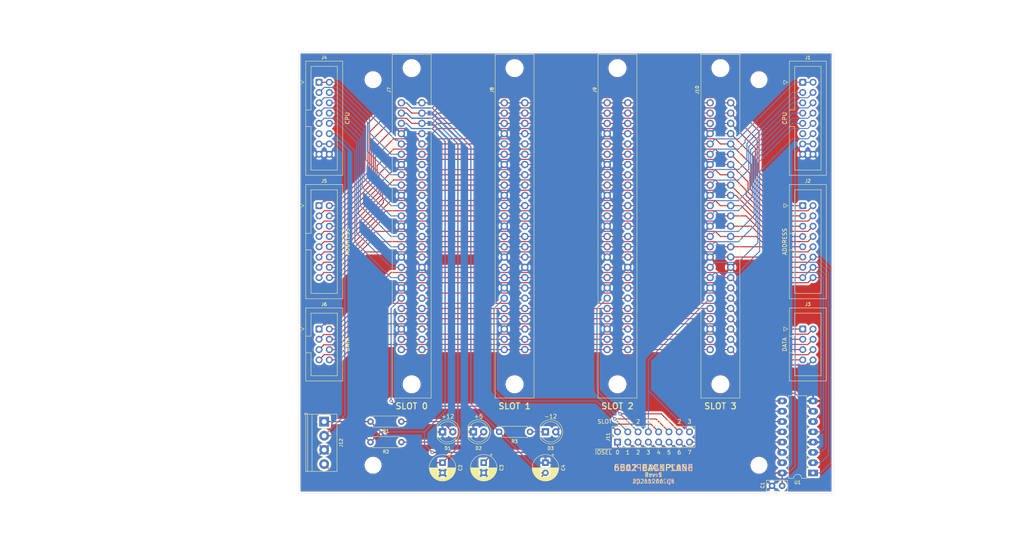
<source format=kicad_pcb>
(kicad_pcb (version 20171130) (host pcbnew "(5.1.10)-1")
  (title_block (title "Compe 6502 Prototyping Backplane") (date 2021-12-06) (rev 1) (company rjh) (comment 1 "CC-BY-SA 4.0"))
  (layers (0 F.Cu signal) (31 B.Cu signal) (34 B.Paste user hide) (35 F.Paste user) (36 B.SilkS user) (37 F.SilkS user) (38 B.Mask user hide) (39 F.Mask user) (44 Edge.Cuts user))
  (net 0 "")
  (net 1 GND)
  (net 2 +5V)
  (net 3 /BE)
  (net 4 /SYNC)
  (net 5 /~NMI)
  (net 6 /~IRQ)
  (net 7 /RDY)
  (net 8 /PH2)
  (net 9 "Net-(J1-Pad11)")
  (net 10 /~RW)
  (net 11 /~RES)
  (net 12 /A15)
  (net 13 /A13)
  (net 14 /A11)
  (net 15 /A9)
  (net 16 /A7)
  (net 17 /A5)
  (net 18 /A3)
  (net 19 /A1)
  (net 20 /A14)
  (net 21 /A12)
  (net 22 /A10)
  (net 23 /A8)
  (net 24 /A6)
  (net 25 /A4)
  (net 26 /A2)
  (net 27 /A0)
  (net 28 /D7)
  (net 29 /D5)
  (net 30 /D3)
  (net 31 /D1)
  (net 32 /D6)
  (net 33 /D4)
  (net 34 /D2)
  (net 35 /D0)
  (net 36 "Net-(J4-Pad11)")
  (net 37 /-12V)
  (net 38 /+12V)
  (net 39 /DMA)
  (net 40 /~IOSEL0)
  (net 41 /~IOSEL1)
  (net 42 /~IOSEL2)
  (net 43 /~IOSEL3)
  (net 44 /~IOSEL4)
  (net 45 /~IOSEL5)
  (net 46 /~IOSEL6)
  (net 47 /~IOSEL7)
  (net 48 /~BIOSEL0)
  (net 49 /~BIOSEL1)
  (net 50 /~BIOSEL2)
  (net 51 /~BIOSEL3)
  (net 52 /14M)
  (net 53 "Net-(D1-Pad2)")
  (net 54 /USR3)
  (net 55 /USR2)
  (net 56 /USR1)
  (net 57 /USR0)
  (net 58 "Net-(D2-Pad2)")
  (net 59 "Net-(D3-Pad1)")
  (module TerminalBlock_Phoenix:TerminalBlock_Phoenix_PT-1,5-4-3.5-H_1x04_P3.50mm_Horizontal (layer F.Cu) (at 102.87 124.46 270)
    (fp_text reference J12 (at 5.25 -4.16 90) (layer F.SilkS) (effects (font (size 0.8 0.8))))
    (fp_text value Screw_Terminal_01x04)
    (pad 4 thru_hole circle (at 10.5 0 270) (size 2.4 2.4) (drill 1.2) (layers *.Cu *.Mask) (net 37 /-12V))
    (pad 3 thru_hole circle (at 7 0 270) (size 2.4 2.4) (drill 1.2) (layers *.Cu *.Mask) (net 1 GND))
    (pad 2 thru_hole circle (at 3.5 0 270) (size 2.4 2.4) (drill 1.2) (layers *.Cu *.Mask) (net 2 +5V))
    (pad 1 thru_hole rect (at 0 0 270) (size 2.4 2.4) (drill 1.2) (layers *.Cu *.Mask) (net 38 /+12V))
  )
  (module Resistor_THT:R_Axial_DIN0207_L6.3mm_D2.5mm_P7.62mm_Horizontal (layer F.Cu) (at 153.67 127 180)
    (fp_text reference R3 (at 3.81 -2.37) (layer F.SilkS) (effects (font (size 0.8 0.8))))
    (fp_text value 3K3)
    (pad 2 thru_hole oval (at 7.62 0 180) (size 1.6 1.6) (drill 0.8) (layers *.Cu *.Mask) (net 37 /-12V))
    (pad 1 thru_hole circle (at 0 0 180) (size 1.6 1.6) (drill 0.8) (layers *.Cu *.Mask) (net 59 "Net-(D3-Pad1)"))
  )
  (module Resistor_THT:R_Axial_DIN0207_L6.3mm_D2.5mm_P7.62mm_Horizontal (layer F.Cu) (at 121.92 129.54 180)
    (fp_text reference R2 (at 3.81 -2.37) (layer F.SilkS) (effects (font (size 0.8 0.8))))
    (fp_text value 1K0)
    (pad 2 thru_hole oval (at 7.62 0 180) (size 1.6 1.6) (drill 0.8) (layers *.Cu *.Mask) (net 2 +5V))
    (pad 1 thru_hole circle (at 0 0 180) (size 1.6 1.6) (drill 0.8) (layers *.Cu *.Mask) (net 58 "Net-(D2-Pad2)"))
  )
  (module Resistor_THT:R_Axial_DIN0207_L6.3mm_D2.5mm_P7.62mm_Horizontal (layer F.Cu) (at 121.92 124.46 180)
    (fp_text reference R1 (at 3.81 -2.37) (layer F.SilkS) (effects (font (size 0.8 0.8))))
    (fp_text value 3K3)
    (pad 2 thru_hole oval (at 7.62 0 180) (size 1.6 1.6) (drill 0.8) (layers *.Cu *.Mask) (net 38 /+12V))
    (pad 1 thru_hole circle (at 0 0 180) (size 1.6 1.6) (drill 0.8) (layers *.Cu *.Mask) (net 53 "Net-(D1-Pad2)"))
  )
  (module Connector_PinHeader_2.54mm:PinHeader_2x08_P2.54mm_Vertical (layer F.Cu) (at 175.26 129.54 90)
    (fp_text reference J11 (at 1.27 -2.33 90) (layer F.SilkS) (effects (font (size 0.8 0.8))))
    (fp_text value Conn_02x08_Odd_Even)
    (pad 16 thru_hole oval (at 2.54 17.78 90) (size 1.7 1.7) (drill 1) (layers *.Cu *.Mask) (net 51 /~BIOSEL3))
    (pad 15 thru_hole oval (at 0 17.78 90) (size 1.7 1.7) (drill 1) (layers *.Cu *.Mask) (net 47 /~IOSEL7))
    (pad 14 thru_hole oval (at 2.54 15.24 90) (size 1.7 1.7) (drill 1) (layers *.Cu *.Mask) (net 50 /~BIOSEL2))
    (pad 13 thru_hole oval (at 0 15.24 90) (size 1.7 1.7) (drill 1) (layers *.Cu *.Mask) (net 46 /~IOSEL6))
    (pad 12 thru_hole oval (at 2.54 12.7 90) (size 1.7 1.7) (drill 1) (layers *.Cu *.Mask) (net 49 /~BIOSEL1))
    (pad 11 thru_hole oval (at 0 12.7 90) (size 1.7 1.7) (drill 1) (layers *.Cu *.Mask) (net 45 /~IOSEL5))
    (pad 10 thru_hole oval (at 2.54 10.16 90) (size 1.7 1.7) (drill 1) (layers *.Cu *.Mask) (net 48 /~BIOSEL0))
    (pad 9 thru_hole oval (at 0 10.16 90) (size 1.7 1.7) (drill 1) (layers *.Cu *.Mask) (net 44 /~IOSEL4))
    (pad 8 thru_hole oval (at 2.54 7.62 90) (size 1.7 1.7) (drill 1) (layers *.Cu *.Mask) (net 51 /~BIOSEL3))
    (pad 7 thru_hole oval (at 0 7.62 90) (size 1.7 1.7) (drill 1) (layers *.Cu *.Mask) (net 43 /~IOSEL3))
    (pad 6 thru_hole oval (at 2.54 5.08 90) (size 1.7 1.7) (drill 1) (layers *.Cu *.Mask) (net 50 /~BIOSEL2))
    (pad 5 thru_hole oval (at 0 5.08 90) (size 1.7 1.7) (drill 1) (layers *.Cu *.Mask) (net 42 /~IOSEL2))
    (pad 4 thru_hole oval (at 2.54 2.54 90) (size 1.7 1.7) (drill 1) (layers *.Cu *.Mask) (net 49 /~BIOSEL1))
    (pad 3 thru_hole oval (at 0 2.54 90) (size 1.7 1.7) (drill 1) (layers *.Cu *.Mask) (net 41 /~IOSEL1))
    (pad 2 thru_hole oval (at 2.54 0 90) (size 1.7 1.7) (drill 1) (layers *.Cu *.Mask) (net 48 /~BIOSEL0))
    (pad 1 thru_hole rect (at 0 0 90) (size 1.7 1.7) (drill 1) (layers *.Cu *.Mask) (net 40 /~IOSEL0))
  )
  (module LED_THT:LED_D5.0mm (layer F.Cu) (at 157.48 127)
    (fp_text reference D3 (at 1.27 4.064) (layer F.SilkS) (effects (font (size 0.8 0.8))))
    (fp_text value LED_Small)
    (pad 2 thru_hole circle (at 2.54 0) (size 1.8 1.8) (drill 0.9) (layers *.Cu *.Mask) (net 1 GND))
    (pad 1 thru_hole rect (at 0 0) (size 1.8 1.8) (drill 0.9) (layers *.Cu *.Mask) (net 59 "Net-(D3-Pad1)"))
  )
  (module LED_THT:LED_D5.0mm (layer F.Cu) (at 139.7 127)
    (fp_text reference D2 (at 1.27 4.064) (layer F.SilkS) (effects (font (size 0.8 0.8))))
    (fp_text value LED_Small)
    (pad 2 thru_hole circle (at 2.54 0) (size 1.8 1.8) (drill 0.9) (layers *.Cu *.Mask) (net 58 "Net-(D2-Pad2)"))
    (pad 1 thru_hole rect (at 0 0) (size 1.8 1.8) (drill 0.9) (layers *.Cu *.Mask) (net 1 GND))
  )
  (module LED_THT:LED_D5.0mm (layer F.Cu) (at 132.08 127)
    (fp_text reference D1 (at 1.27 4.064) (layer F.SilkS) (effects (font (size 0.8 0.8))))
    (fp_text value LED_Small)
    (pad 2 thru_hole circle (at 2.54 0) (size 1.8 1.8) (drill 0.9) (layers *.Cu *.Mask) (net 53 "Net-(D1-Pad2)"))
    (pad 1 thru_hole rect (at 0 0) (size 1.8 1.8) (drill 0.9) (layers *.Cu *.Mask) (net 1 GND))
  )
  (module Capacitor_THT:CP_Radial_D6.3mm_P2.50mm (layer F.Cu) (at 157.48 134.62 270)
    (fp_text reference C4 (at 1.25 -4.4 90) (layer F.SilkS) (effects (font (size 0.8 0.8))))
    (fp_text value 100u)
    (pad 2 thru_hole circle (at 2.5 0 270) (size 1.6 1.6) (drill 0.8) (layers *.Cu *.Mask) (net 37 /-12V))
    (pad 1 thru_hole rect (at 0 0 270) (size 1.6 1.6) (drill 0.8) (layers *.Cu *.Mask) (net 1 GND))
  )
  (module Capacitor_THT:CP_Radial_D6.3mm_P2.50mm (layer F.Cu) (at 142.24 134.62 270)
    (fp_text reference C3 (at 1.25 -4.4 90) (layer F.SilkS) (effects (font (size 0.8 0.8))))
    (fp_text value 100u)
    (pad 2 thru_hole circle (at 2.5 0 270) (size 1.6 1.6) (drill 0.8) (layers *.Cu *.Mask) (net 1 GND))
    (pad 1 thru_hole rect (at 0 0 270) (size 1.6 1.6) (drill 0.8) (layers *.Cu *.Mask) (net 2 +5V))
  )
  (module Capacitor_THT:CP_Radial_D6.3mm_P2.50mm (layer F.Cu) (at 132.08 134.62 270)
    (fp_text reference C2 (at 1.25 -4.4 90) (layer F.SilkS) (effects (font (size 0.8 0.8))))
    (fp_text value 100u)
    (pad 2 thru_hole circle (at 2.5 0 270) (size 1.6 1.6) (drill 0.8) (layers *.Cu *.Mask) (net 1 GND))
    (pad 1 thru_hole rect (at 0 0 270) (size 1.6 1.6) (drill 0.8) (layers *.Cu *.Mask) (net 38 /+12V))
  )
  (module Connectors_Custom:EDAC_345-050-520-202 (layer F.Cu) (at 152.4 45.72 270)
    (fp_text reference J8 (at -3.175 8.128 90) (layer F.SilkS) (effects (font (size 0.8 0.8))))
    (fp_text value 345-050-520-202)
    (pad 50 thru_hole circle (at 60.96 5.08 270) (size 1.82 1.82) (drill 1.12) (layers *.Cu *.Mask) (net 54 /USR3))
    (pad 49 thru_hole circle (at 60.96 0 270) (size 1.82 1.82) (drill 1.12) (layers *.Cu *.Mask) (net 28 /D7))
    (pad 48 thru_hole circle (at 58.42 5.08 270) (size 1.82 1.82) (drill 1.12) (layers *.Cu *.Mask) (net 55 /USR2))
    (pad 47 thru_hole circle (at 58.42 0 270) (size 1.82 1.82) (drill 1.12) (layers *.Cu *.Mask) (net 32 /D6))
    (pad 46 thru_hole circle (at 55.88 5.08 270) (size 1.82 1.82) (drill 1.12) (layers *.Cu *.Mask) (net 1 GND))
    (pad 45 thru_hole circle (at 55.88 0 270) (size 1.82 1.82) (drill 1.12) (layers *.Cu *.Mask) (net 29 /D5))
    (pad 44 thru_hole circle (at 53.34 5.08 270) (size 1.82 1.82) (drill 1.12) (layers *.Cu *.Mask) (net 56 /USR1))
    (pad 43 thru_hole circle (at 53.34 0 270) (size 1.82 1.82) (drill 1.12) (layers *.Cu *.Mask) (net 33 /D4))
    (pad 42 thru_hole circle (at 50.8 5.08 270) (size 1.82 1.82) (drill 1.12) (layers *.Cu *.Mask) (net 57 /USR0))
    (pad 41 thru_hole circle (at 50.8 0 270) (size 1.82 1.82) (drill 1.12) (layers *.Cu *.Mask) (net 30 /D3))
    (pad 40 thru_hole circle (at 48.26 5.08 270) (size 1.82 1.82) (drill 1.12) (layers *.Cu *.Mask) (net 49 /~BIOSEL1))
    (pad 39 thru_hole circle (at 48.26 0 270) (size 1.82 1.82) (drill 1.12) (layers *.Cu *.Mask) (net 34 /D2))
    (pad 38 thru_hole circle (at 45.72 5.08 270) (size 1.82 1.82) (drill 1.12) (layers *.Cu *.Mask) (net 1 GND))
    (pad 37 thru_hole circle (at 45.72 0 270) (size 1.82 1.82) (drill 1.12) (layers *.Cu *.Mask) (net 31 /D1))
    (pad 36 thru_hole circle (at 43.18 5.08 270) (size 1.82 1.82) (drill 1.12) (layers *.Cu *.Mask) (net 3 /BE))
    (pad 35 thru_hole circle (at 43.18 0 270) (size 1.82 1.82) (drill 1.12) (layers *.Cu *.Mask) (net 35 /D0))
    (pad 34 thru_hole circle (at 40.64 5.08 270) (size 1.82 1.82) (drill 1.12) (layers *.Cu *.Mask) (net 4 /SYNC))
    (pad 33 thru_hole circle (at 40.64 0 270) (size 1.82 1.82) (drill 1.12) (layers *.Cu *.Mask) (net 1 GND))
    (pad 32 thru_hole circle (at 38.1 5.08 270) (size 1.82 1.82) (drill 1.12) (layers *.Cu *.Mask) (net 1 GND))
    (pad 31 thru_hole circle (at 38.1 0 270) (size 1.82 1.82) (drill 1.12) (layers *.Cu *.Mask) (net 12 /A15))
    (pad 30 thru_hole circle (at 35.56 5.08 270) (size 1.82 1.82) (drill 1.12) (layers *.Cu *.Mask) (net 52 /14M))
    (pad 29 thru_hole circle (at 35.56 0 270) (size 1.82 1.82) (drill 1.12) (layers *.Cu *.Mask) (net 20 /A14))
    (pad 28 thru_hole circle (at 33.02 5.08 270) (size 1.82 1.82) (drill 1.12) (layers *.Cu *.Mask) (net 5 /~NMI))
    (pad 27 thru_hole circle (at 33.02 0 270) (size 1.82 1.82) (drill 1.12) (layers *.Cu *.Mask) (net 13 /A13))
    (pad 26 thru_hole circle (at 30.48 5.08 270) (size 1.82 1.82) (drill 1.12) (layers *.Cu *.Mask) (net 1 GND))
    (pad 25 thru_hole circle (at 30.48 0 270) (size 1.82 1.82) (drill 1.12) (layers *.Cu *.Mask) (net 21 /A12))
    (pad 24 thru_hole circle (at 27.94 5.08 270) (size 1.82 1.82) (drill 1.12) (layers *.Cu *.Mask) (net 39 /DMA))
    (pad 23 thru_hole circle (at 27.94 0 270) (size 1.82 1.82) (drill 1.12) (layers *.Cu *.Mask) (net 14 /A11))
    (pad 22 thru_hole circle (at 25.4 5.08 270) (size 1.82 1.82) (drill 1.12) (layers *.Cu *.Mask) (net 6 /~IRQ))
    (pad 21 thru_hole circle (at 25.4 0 270) (size 1.82 1.82) (drill 1.12) (layers *.Cu *.Mask) (net 22 /A10))
    (pad 20 thru_hole circle (at 22.86 5.08 270) (size 1.82 1.82) (drill 1.12) (layers *.Cu *.Mask) (net 1 GND))
    (pad 19 thru_hole circle (at 22.86 0 270) (size 1.82 1.82) (drill 1.12) (layers *.Cu *.Mask) (net 15 /A9))
    (pad 18 thru_hole circle (at 20.32 5.08 270) (size 1.82 1.82) (drill 1.12) (layers *.Cu *.Mask) (net 10 /~RW))
    (pad 17 thru_hole circle (at 20.32 0 270) (size 1.82 1.82) (drill 1.12) (layers *.Cu *.Mask) (net 23 /A8))
    (pad 16 thru_hole circle (at 17.78 5.08 270) (size 1.82 1.82) (drill 1.12) (layers *.Cu *.Mask) (net 7 /RDY))
    (pad 15 thru_hole circle (at 17.78 0 270) (size 1.82 1.82) (drill 1.12) (layers *.Cu *.Mask) (net 16 /A7))
    (pad 14 thru_hole circle (at 15.24 5.08 270) (size 1.82 1.82) (drill 1.12) (layers *.Cu *.Mask) (net 1 GND))
    (pad 13 thru_hole circle (at 15.24 0 270) (size 1.82 1.82) (drill 1.12) (layers *.Cu *.Mask) (net 24 /A6))
    (pad 12 thru_hole circle (at 12.7 5.08 270) (size 1.82 1.82) (drill 1.12) (layers *.Cu *.Mask) (net 11 /~RES))
    (pad 11 thru_hole circle (at 12.7 0 270) (size 1.82 1.82) (drill 1.12) (layers *.Cu *.Mask) (net 17 /A5))
    (pad 10 thru_hole circle (at 10.16 5.08 270) (size 1.82 1.82) (drill 1.12) (layers *.Cu *.Mask) (net 8 /PH2))
    (pad 9 thru_hole circle (at 10.16 0 270) (size 1.82 1.82) (drill 1.12) (layers *.Cu *.Mask) (net 25 /A4))
    (pad 8 thru_hole circle (at 7.62 5.08 270) (size 1.82 1.82) (drill 1.12) (layers *.Cu *.Mask) (net 1 GND))
    (pad 7 thru_hole circle (at 7.62 0 270) (size 1.82 1.82) (drill 1.12) (layers *.Cu *.Mask) (net 18 /A3))
    (pad 6 thru_hole circle (at 5.08 5.08 270) (size 1.82 1.82) (drill 1.12) (layers *.Cu *.Mask) (net 2 +5V))
    (pad 5 thru_hole circle (at 5.08 0 270) (size 1.82 1.82) (drill 1.12) (layers *.Cu *.Mask) (net 26 /A2))
    (pad 4 thru_hole circle (at 2.54 5.08 270) (size 1.82 1.82) (drill 1.12) (layers *.Cu *.Mask) (net 38 /+12V))
    (pad 3 thru_hole circle (at 2.54 0 270) (size 1.82 1.82) (drill 1.12) (layers *.Cu *.Mask) (net 19 /A1))
    (pad 2 thru_hole circle (at 0 5.08 270) (size 1.82 1.82) (drill 1.12) (layers *.Cu *.Mask) (net 37 /-12V))
    (pad 1 thru_hole circle (at 0 0 270) (size 1.82 1.82) (drill 1.12) (layers *.Cu *.Mask) (net 27 /A0))
    (pad "" np_thru_hole circle (at -8.5725 2.54 270) (size 3.4544 3.4544) (drill 3.4544) (layers *.Cu *.Mask))
    (pad "" np_thru_hole circle (at 69.5325 2.54 270) (size 3.4544 3.4544) (drill 3.4544) (layers *.Cu *.Mask))
  )
  (module MountingHole:MountingHole_3.2mm_M3 (layer F.Cu) (at 210.185 135.255)
    (fp_text reference H4 hide)
    (fp_text value MountingHole)
    (pad 1 np_thru_hole circle (at 0 0) (size 3.2 3.2) (drill 3.2) (layers *.Cu *.Mask))
  )
  (module MountingHole:MountingHole_3.2mm_M3 (layer F.Cu) (at 114.935 135.255)
    (fp_text reference H3 hide)
    (fp_text value MountingHole)
    (pad 1 np_thru_hole circle (at 0 0) (size 3.2 3.2) (drill 3.2) (layers *.Cu *.Mask))
  )
  (module MountingHole:MountingHole_3.2mm_M3 (layer F.Cu) (at 210.185 40.005)
    (fp_text reference H2 hide)
    (fp_text value MountingHole)
    (pad 1 np_thru_hole circle (at 0 0) (size 3.2 3.2) (drill 3.2) (layers *.Cu *.Mask))
  )
  (module MountingHole:MountingHole_3.2mm_M3 (layer F.Cu) (at 114.935 40.005)
    (fp_text reference H1 hide)
    (fp_text value MountingHole)
    (pad 1 np_thru_hole circle (at 0 0) (size 3.2 3.2) (drill 3.2) (layers *.Cu *.Mask))
  )
  (module Capacitor_THT:C_Disc_D5.0mm_W2.5mm_P2.50mm (layer F.Cu) (at 213.4 140.335)
    (fp_text reference C1 (at -2.326 -0.127 90) (layer F.SilkS) (effects (font (size 0.8 0.8))))
    (fp_text value 100n)
    (pad 2 thru_hole circle (at 2.5 0) (size 1.6 1.6) (drill 0.8) (layers *.Cu *.Mask) (net 2 +5V))
    (pad 1 thru_hole circle (at 0 0) (size 1.6 1.6) (drill 0.8) (layers *.Cu *.Mask) (net 1 GND))
  )
  (module Package_DIP:DIP-16_W7.62mm_LongPads (layer F.Cu) (at 223.52 137.16 180)
    (fp_text reference U1 (at 3.81 -2.33) (layer F.SilkS) (effects (font (size 0.8 0.8))))
    (fp_text value 74HC138)
    (pad 16 thru_hole oval (at 7.62 0 180) (size 2.4 1.6) (drill 0.8) (layers *.Cu *.Mask) (net 2 +5V))
    (pad 8 thru_hole oval (at 0 17.78 180) (size 2.4 1.6) (drill 0.8) (layers *.Cu *.Mask) (net 1 GND))
    (pad 15 thru_hole oval (at 7.62 2.54 180) (size 2.4 1.6) (drill 0.8) (layers *.Cu *.Mask) (net 40 /~IOSEL0))
    (pad 7 thru_hole oval (at 0 15.24 180) (size 2.4 1.6) (drill 0.8) (layers *.Cu *.Mask) (net 47 /~IOSEL7))
    (pad 14 thru_hole oval (at 7.62 5.08 180) (size 2.4 1.6) (drill 0.8) (layers *.Cu *.Mask) (net 41 /~IOSEL1))
    (pad 6 thru_hole oval (at 0 12.7 180) (size 2.4 1.6) (drill 0.8) (layers *.Cu *.Mask) (net 12 /A15))
    (pad 13 thru_hole oval (at 7.62 7.62 180) (size 2.4 1.6) (drill 0.8) (layers *.Cu *.Mask) (net 42 /~IOSEL2))
    (pad 5 thru_hole oval (at 0 10.16 180) (size 2.4 1.6) (drill 0.8) (layers *.Cu *.Mask) (net 20 /A14))
    (pad 12 thru_hole oval (at 7.62 10.16 180) (size 2.4 1.6) (drill 0.8) (layers *.Cu *.Mask) (net 43 /~IOSEL3))
    (pad 4 thru_hole oval (at 0 7.62 180) (size 2.4 1.6) (drill 0.8) (layers *.Cu *.Mask) (net 1 GND))
    (pad 11 thru_hole oval (at 7.62 12.7 180) (size 2.4 1.6) (drill 0.8) (layers *.Cu *.Mask) (net 44 /~IOSEL4))
    (pad 3 thru_hole oval (at 0 5.08 180) (size 2.4 1.6) (drill 0.8) (layers *.Cu *.Mask) (net 13 /A13))
    (pad 10 thru_hole oval (at 7.62 15.24 180) (size 2.4 1.6) (drill 0.8) (layers *.Cu *.Mask) (net 45 /~IOSEL5))
    (pad 2 thru_hole oval (at 0 2.54 180) (size 2.4 1.6) (drill 0.8) (layers *.Cu *.Mask) (net 21 /A12))
    (pad 9 thru_hole oval (at 7.62 17.78 180) (size 2.4 1.6) (drill 0.8) (layers *.Cu *.Mask) (net 46 /~IOSEL6))
    (pad 1 thru_hole rect (at 0 0 180) (size 2.4 1.6) (drill 0.8) (layers *.Cu *.Mask) (net 14 /A11))
  )
  (module Connectors_Custom:EDAC_345-050-520-202 (layer F.Cu) (at 203.2 45.72 270)
    (fp_text reference J10 (at -3.175 8.255 90) (layer F.SilkS) (effects (font (size 0.8 0.8))))
    (fp_text value 345-050-520-202)
    (pad 50 thru_hole circle (at 60.96 5.08 270) (size 1.82 1.82) (drill 1.12) (layers *.Cu *.Mask) (net 54 /USR3))
    (pad 49 thru_hole circle (at 60.96 0 270) (size 1.82 1.82) (drill 1.12) (layers *.Cu *.Mask) (net 28 /D7))
    (pad 48 thru_hole circle (at 58.42 5.08 270) (size 1.82 1.82) (drill 1.12) (layers *.Cu *.Mask) (net 55 /USR2))
    (pad 47 thru_hole circle (at 58.42 0 270) (size 1.82 1.82) (drill 1.12) (layers *.Cu *.Mask) (net 32 /D6))
    (pad 46 thru_hole circle (at 55.88 5.08 270) (size 1.82 1.82) (drill 1.12) (layers *.Cu *.Mask) (net 1 GND))
    (pad 45 thru_hole circle (at 55.88 0 270) (size 1.82 1.82) (drill 1.12) (layers *.Cu *.Mask) (net 29 /D5))
    (pad 44 thru_hole circle (at 53.34 5.08 270) (size 1.82 1.82) (drill 1.12) (layers *.Cu *.Mask) (net 56 /USR1))
    (pad 43 thru_hole circle (at 53.34 0 270) (size 1.82 1.82) (drill 1.12) (layers *.Cu *.Mask) (net 33 /D4))
    (pad 42 thru_hole circle (at 50.8 5.08 270) (size 1.82 1.82) (drill 1.12) (layers *.Cu *.Mask) (net 57 /USR0))
    (pad 41 thru_hole circle (at 50.8 0 270) (size 1.82 1.82) (drill 1.12) (layers *.Cu *.Mask) (net 30 /D3))
    (pad 40 thru_hole circle (at 48.26 5.08 270) (size 1.82 1.82) (drill 1.12) (layers *.Cu *.Mask) (net 51 /~BIOSEL3))
    (pad 39 thru_hole circle (at 48.26 0 270) (size 1.82 1.82) (drill 1.12) (layers *.Cu *.Mask) (net 34 /D2))
    (pad 38 thru_hole circle (at 45.72 5.08 270) (size 1.82 1.82) (drill 1.12) (layers *.Cu *.Mask) (net 1 GND))
    (pad 37 thru_hole circle (at 45.72 0 270) (size 1.82 1.82) (drill 1.12) (layers *.Cu *.Mask) (net 31 /D1))
    (pad 36 thru_hole circle (at 43.18 5.08 270) (size 1.82 1.82) (drill 1.12) (layers *.Cu *.Mask) (net 3 /BE))
    (pad 35 thru_hole circle (at 43.18 0 270) (size 1.82 1.82) (drill 1.12) (layers *.Cu *.Mask) (net 35 /D0))
    (pad 34 thru_hole circle (at 40.64 5.08 270) (size 1.82 1.82) (drill 1.12) (layers *.Cu *.Mask) (net 4 /SYNC))
    (pad 33 thru_hole circle (at 40.64 0 270) (size 1.82 1.82) (drill 1.12) (layers *.Cu *.Mask) (net 1 GND))
    (pad 32 thru_hole circle (at 38.1 5.08 270) (size 1.82 1.82) (drill 1.12) (layers *.Cu *.Mask) (net 1 GND))
    (pad 31 thru_hole circle (at 38.1 0 270) (size 1.82 1.82) (drill 1.12) (layers *.Cu *.Mask) (net 12 /A15))
    (pad 30 thru_hole circle (at 35.56 5.08 270) (size 1.82 1.82) (drill 1.12) (layers *.Cu *.Mask) (net 52 /14M))
    (pad 29 thru_hole circle (at 35.56 0 270) (size 1.82 1.82) (drill 1.12) (layers *.Cu *.Mask) (net 20 /A14))
    (pad 28 thru_hole circle (at 33.02 5.08 270) (size 1.82 1.82) (drill 1.12) (layers *.Cu *.Mask) (net 5 /~NMI))
    (pad 27 thru_hole circle (at 33.02 0 270) (size 1.82 1.82) (drill 1.12) (layers *.Cu *.Mask) (net 13 /A13))
    (pad 26 thru_hole circle (at 30.48 5.08 270) (size 1.82 1.82) (drill 1.12) (layers *.Cu *.Mask) (net 1 GND))
    (pad 25 thru_hole circle (at 30.48 0 270) (size 1.82 1.82) (drill 1.12) (layers *.Cu *.Mask) (net 21 /A12))
    (pad 24 thru_hole circle (at 27.94 5.08 270) (size 1.82 1.82) (drill 1.12) (layers *.Cu *.Mask) (net 39 /DMA))
    (pad 23 thru_hole circle (at 27.94 0 270) (size 1.82 1.82) (drill 1.12) (layers *.Cu *.Mask) (net 14 /A11))
    (pad 22 thru_hole circle (at 25.4 5.08 270) (size 1.82 1.82) (drill 1.12) (layers *.Cu *.Mask) (net 6 /~IRQ))
    (pad 21 thru_hole circle (at 25.4 0 270) (size 1.82 1.82) (drill 1.12) (layers *.Cu *.Mask) (net 22 /A10))
    (pad 20 thru_hole circle (at 22.86 5.08 270) (size 1.82 1.82) (drill 1.12) (layers *.Cu *.Mask) (net 1 GND))
    (pad 19 thru_hole circle (at 22.86 0 270) (size 1.82 1.82) (drill 1.12) (layers *.Cu *.Mask) (net 15 /A9))
    (pad 18 thru_hole circle (at 20.32 5.08 270) (size 1.82 1.82) (drill 1.12) (layers *.Cu *.Mask) (net 10 /~RW))
    (pad 17 thru_hole circle (at 20.32 0 270) (size 1.82 1.82) (drill 1.12) (layers *.Cu *.Mask) (net 23 /A8))
    (pad 16 thru_hole circle (at 17.78 5.08 270) (size 1.82 1.82) (drill 1.12) (layers *.Cu *.Mask) (net 7 /RDY))
    (pad 15 thru_hole circle (at 17.78 0 270) (size 1.82 1.82) (drill 1.12) (layers *.Cu *.Mask) (net 16 /A7))
    (pad 14 thru_hole circle (at 15.24 5.08 270) (size 1.82 1.82) (drill 1.12) (layers *.Cu *.Mask) (net 1 GND))
    (pad 13 thru_hole circle (at 15.24 0 270) (size 1.82 1.82) (drill 1.12) (layers *.Cu *.Mask) (net 24 /A6))
    (pad 12 thru_hole circle (at 12.7 5.08 270) (size 1.82 1.82) (drill 1.12) (layers *.Cu *.Mask) (net 11 /~RES))
    (pad 11 thru_hole circle (at 12.7 0 270) (size 1.82 1.82) (drill 1.12) (layers *.Cu *.Mask) (net 17 /A5))
    (pad 10 thru_hole circle (at 10.16 5.08 270) (size 1.82 1.82) (drill 1.12) (layers *.Cu *.Mask) (net 8 /PH2))
    (pad 9 thru_hole circle (at 10.16 0 270) (size 1.82 1.82) (drill 1.12) (layers *.Cu *.Mask) (net 25 /A4))
    (pad 8 thru_hole circle (at 7.62 5.08 270) (size 1.82 1.82) (drill 1.12) (layers *.Cu *.Mask) (net 1 GND))
    (pad 7 thru_hole circle (at 7.62 0 270) (size 1.82 1.82) (drill 1.12) (layers *.Cu *.Mask) (net 18 /A3))
    (pad 6 thru_hole circle (at 5.08 5.08 270) (size 1.82 1.82) (drill 1.12) (layers *.Cu *.Mask) (net 2 +5V))
    (pad 5 thru_hole circle (at 5.08 0 270) (size 1.82 1.82) (drill 1.12) (layers *.Cu *.Mask) (net 26 /A2))
    (pad 4 thru_hole circle (at 2.54 5.08 270) (size 1.82 1.82) (drill 1.12) (layers *.Cu *.Mask) (net 38 /+12V))
    (pad 3 thru_hole circle (at 2.54 0 270) (size 1.82 1.82) (drill 1.12) (layers *.Cu *.Mask) (net 19 /A1))
    (pad 2 thru_hole circle (at 0 5.08 270) (size 1.82 1.82) (drill 1.12) (layers *.Cu *.Mask) (net 37 /-12V))
    (pad 1 thru_hole circle (at 0 0 270) (size 1.82 1.82) (drill 1.12) (layers *.Cu *.Mask) (net 27 /A0))
    (pad "" np_thru_hole circle (at -8.5725 2.54 270) (size 3.4544 3.4544) (drill 3.4544) (layers *.Cu *.Mask))
    (pad "" np_thru_hole circle (at 69.5325 2.54 270) (size 3.4544 3.4544) (drill 3.4544) (layers *.Cu *.Mask))
  )
  (module Connectors_Custom:EDAC_345-050-520-202 (layer F.Cu) (at 177.8 45.72 270)
    (fp_text reference J9 (at -3.175 8.128 90) (layer F.SilkS) (effects (font (size 0.8 0.8))))
    (fp_text value 345-050-520-202)
    (pad 50 thru_hole circle (at 60.96 5.08 270) (size 1.82 1.82) (drill 1.12) (layers *.Cu *.Mask) (net 54 /USR3))
    (pad 49 thru_hole circle (at 60.96 0 270) (size 1.82 1.82) (drill 1.12) (layers *.Cu *.Mask) (net 28 /D7))
    (pad 48 thru_hole circle (at 58.42 5.08 270) (size 1.82 1.82) (drill 1.12) (layers *.Cu *.Mask) (net 55 /USR2))
    (pad 47 thru_hole circle (at 58.42 0 270) (size 1.82 1.82) (drill 1.12) (layers *.Cu *.Mask) (net 32 /D6))
    (pad 46 thru_hole circle (at 55.88 5.08 270) (size 1.82 1.82) (drill 1.12) (layers *.Cu *.Mask) (net 1 GND))
    (pad 45 thru_hole circle (at 55.88 0 270) (size 1.82 1.82) (drill 1.12) (layers *.Cu *.Mask) (net 29 /D5))
    (pad 44 thru_hole circle (at 53.34 5.08 270) (size 1.82 1.82) (drill 1.12) (layers *.Cu *.Mask) (net 56 /USR1))
    (pad 43 thru_hole circle (at 53.34 0 270) (size 1.82 1.82) (drill 1.12) (layers *.Cu *.Mask) (net 33 /D4))
    (pad 42 thru_hole circle (at 50.8 5.08 270) (size 1.82 1.82) (drill 1.12) (layers *.Cu *.Mask) (net 57 /USR0))
    (pad 41 thru_hole circle (at 50.8 0 270) (size 1.82 1.82) (drill 1.12) (layers *.Cu *.Mask) (net 30 /D3))
    (pad 40 thru_hole circle (at 48.26 5.08 270) (size 1.82 1.82) (drill 1.12) (layers *.Cu *.Mask) (net 50 /~BIOSEL2))
    (pad 39 thru_hole circle (at 48.26 0 270) (size 1.82 1.82) (drill 1.12) (layers *.Cu *.Mask) (net 34 /D2))
    (pad 38 thru_hole circle (at 45.72 5.08 270) (size 1.82 1.82) (drill 1.12) (layers *.Cu *.Mask) (net 1 GND))
    (pad 37 thru_hole circle (at 45.72 0 270) (size 1.82 1.82) (drill 1.12) (layers *.Cu *.Mask) (net 31 /D1))
    (pad 36 thru_hole circle (at 43.18 5.08 270) (size 1.82 1.82) (drill 1.12) (layers *.Cu *.Mask) (net 3 /BE))
    (pad 35 thru_hole circle (at 43.18 0 270) (size 1.82 1.82) (drill 1.12) (layers *.Cu *.Mask) (net 35 /D0))
    (pad 34 thru_hole circle (at 40.64 5.08 270) (size 1.82 1.82) (drill 1.12) (layers *.Cu *.Mask) (net 4 /SYNC))
    (pad 33 thru_hole circle (at 40.64 0 270) (size 1.82 1.82) (drill 1.12) (layers *.Cu *.Mask) (net 1 GND))
    (pad 32 thru_hole circle (at 38.1 5.08 270) (size 1.82 1.82) (drill 1.12) (layers *.Cu *.Mask) (net 1 GND))
    (pad 31 thru_hole circle (at 38.1 0 270) (size 1.82 1.82) (drill 1.12) (layers *.Cu *.Mask) (net 12 /A15))
    (pad 30 thru_hole circle (at 35.56 5.08 270) (size 1.82 1.82) (drill 1.12) (layers *.Cu *.Mask) (net 52 /14M))
    (pad 29 thru_hole circle (at 35.56 0 270) (size 1.82 1.82) (drill 1.12) (layers *.Cu *.Mask) (net 20 /A14))
    (pad 28 thru_hole circle (at 33.02 5.08 270) (size 1.82 1.82) (drill 1.12) (layers *.Cu *.Mask) (net 5 /~NMI))
    (pad 27 thru_hole circle (at 33.02 0 270) (size 1.82 1.82) (drill 1.12) (layers *.Cu *.Mask) (net 13 /A13))
    (pad 26 thru_hole circle (at 30.48 5.08 270) (size 1.82 1.82) (drill 1.12) (layers *.Cu *.Mask) (net 1 GND))
    (pad 25 thru_hole circle (at 30.48 0 270) (size 1.82 1.82) (drill 1.12) (layers *.Cu *.Mask) (net 21 /A12))
    (pad 24 thru_hole circle (at 27.94 5.08 270) (size 1.82 1.82) (drill 1.12) (layers *.Cu *.Mask) (net 39 /DMA))
    (pad 23 thru_hole circle (at 27.94 0 270) (size 1.82 1.82) (drill 1.12) (layers *.Cu *.Mask) (net 14 /A11))
    (pad 22 thru_hole circle (at 25.4 5.08 270) (size 1.82 1.82) (drill 1.12) (layers *.Cu *.Mask) (net 6 /~IRQ))
    (pad 21 thru_hole circle (at 25.4 0 270) (size 1.82 1.82) (drill 1.12) (layers *.Cu *.Mask) (net 22 /A10))
    (pad 20 thru_hole circle (at 22.86 5.08 270) (size 1.82 1.82) (drill 1.12) (layers *.Cu *.Mask) (net 1 GND))
    (pad 19 thru_hole circle (at 22.86 0 270) (size 1.82 1.82) (drill 1.12) (layers *.Cu *.Mask) (net 15 /A9))
    (pad 18 thru_hole circle (at 20.32 5.08 270) (size 1.82 1.82) (drill 1.12) (layers *.Cu *.Mask) (net 10 /~RW))
    (pad 17 thru_hole circle (at 20.32 0 270) (size 1.82 1.82) (drill 1.12) (layers *.Cu *.Mask) (net 23 /A8))
    (pad 16 thru_hole circle (at 17.78 5.08 270) (size 1.82 1.82) (drill 1.12) (layers *.Cu *.Mask) (net 7 /RDY))
    (pad 15 thru_hole circle (at 17.78 0 270) (size 1.82 1.82) (drill 1.12) (layers *.Cu *.Mask) (net 16 /A7))
    (pad 14 thru_hole circle (at 15.24 5.08 270) (size 1.82 1.82) (drill 1.12) (layers *.Cu *.Mask) (net 1 GND))
    (pad 13 thru_hole circle (at 15.24 0 270) (size 1.82 1.82) (drill 1.12) (layers *.Cu *.Mask) (net 24 /A6))
    (pad 12 thru_hole circle (at 12.7 5.08 270) (size 1.82 1.82) (drill 1.12) (layers *.Cu *.Mask) (net 11 /~RES))
    (pad 11 thru_hole circle (at 12.7 0 270) (size 1.82 1.82) (drill 1.12) (layers *.Cu *.Mask) (net 17 /A5))
    (pad 10 thru_hole circle (at 10.16 5.08 270) (size 1.82 1.82) (drill 1.12) (layers *.Cu *.Mask) (net 8 /PH2))
    (pad 9 thru_hole circle (at 10.16 0 270) (size 1.82 1.82) (drill 1.12) (layers *.Cu *.Mask) (net 25 /A4))
    (pad 8 thru_hole circle (at 7.62 5.08 270) (size 1.82 1.82) (drill 1.12) (layers *.Cu *.Mask) (net 1 GND))
    (pad 7 thru_hole circle (at 7.62 0 270) (size 1.82 1.82) (drill 1.12) (layers *.Cu *.Mask) (net 18 /A3))
    (pad 6 thru_hole circle (at 5.08 5.08 270) (size 1.82 1.82) (drill 1.12) (layers *.Cu *.Mask) (net 2 +5V))
    (pad 5 thru_hole circle (at 5.08 0 270) (size 1.82 1.82) (drill 1.12) (layers *.Cu *.Mask) (net 26 /A2))
    (pad 4 thru_hole circle (at 2.54 5.08 270) (size 1.82 1.82) (drill 1.12) (layers *.Cu *.Mask) (net 38 /+12V))
    (pad 3 thru_hole circle (at 2.54 0 270) (size 1.82 1.82) (drill 1.12) (layers *.Cu *.Mask) (net 19 /A1))
    (pad 2 thru_hole circle (at 0 5.08 270) (size 1.82 1.82) (drill 1.12) (layers *.Cu *.Mask) (net 37 /-12V))
    (pad 1 thru_hole circle (at 0 0 270) (size 1.82 1.82) (drill 1.12) (layers *.Cu *.Mask) (net 27 /A0))
    (pad "" np_thru_hole circle (at -8.5725 2.54 270) (size 3.4544 3.4544) (drill 3.4544) (layers *.Cu *.Mask))
    (pad "" np_thru_hole circle (at 69.5325 2.54 270) (size 3.4544 3.4544) (drill 3.4544) (layers *.Cu *.Mask))
  )
  (module Connectors_Custom:EDAC_345-050-520-202 (layer F.Cu) (at 127 45.72 270)
    (fp_text reference J7 (at -3.175 8.128 90) (layer F.SilkS) (effects (font (size 0.8 0.8))))
    (fp_text value 345-050-520-202)
    (pad 50 thru_hole circle (at 60.96 5.08 270) (size 1.82 1.82) (drill 1.12) (layers *.Cu *.Mask) (net 54 /USR3))
    (pad 49 thru_hole circle (at 60.96 0 270) (size 1.82 1.82) (drill 1.12) (layers *.Cu *.Mask) (net 28 /D7))
    (pad 48 thru_hole circle (at 58.42 5.08 270) (size 1.82 1.82) (drill 1.12) (layers *.Cu *.Mask) (net 55 /USR2))
    (pad 47 thru_hole circle (at 58.42 0 270) (size 1.82 1.82) (drill 1.12) (layers *.Cu *.Mask) (net 32 /D6))
    (pad 46 thru_hole circle (at 55.88 5.08 270) (size 1.82 1.82) (drill 1.12) (layers *.Cu *.Mask) (net 1 GND))
    (pad 45 thru_hole circle (at 55.88 0 270) (size 1.82 1.82) (drill 1.12) (layers *.Cu *.Mask) (net 29 /D5))
    (pad 44 thru_hole circle (at 53.34 5.08 270) (size 1.82 1.82) (drill 1.12) (layers *.Cu *.Mask) (net 56 /USR1))
    (pad 43 thru_hole circle (at 53.34 0 270) (size 1.82 1.82) (drill 1.12) (layers *.Cu *.Mask) (net 33 /D4))
    (pad 42 thru_hole circle (at 50.8 5.08 270) (size 1.82 1.82) (drill 1.12) (layers *.Cu *.Mask) (net 57 /USR0))
    (pad 41 thru_hole circle (at 50.8 0 270) (size 1.82 1.82) (drill 1.12) (layers *.Cu *.Mask) (net 30 /D3))
    (pad 40 thru_hole circle (at 48.26 5.08 270) (size 1.82 1.82) (drill 1.12) (layers *.Cu *.Mask) (net 48 /~BIOSEL0))
    (pad 39 thru_hole circle (at 48.26 0 270) (size 1.82 1.82) (drill 1.12) (layers *.Cu *.Mask) (net 34 /D2))
    (pad 38 thru_hole circle (at 45.72 5.08 270) (size 1.82 1.82) (drill 1.12) (layers *.Cu *.Mask) (net 1 GND))
    (pad 37 thru_hole circle (at 45.72 0 270) (size 1.82 1.82) (drill 1.12) (layers *.Cu *.Mask) (net 31 /D1))
    (pad 36 thru_hole circle (at 43.18 5.08 270) (size 1.82 1.82) (drill 1.12) (layers *.Cu *.Mask) (net 3 /BE))
    (pad 35 thru_hole circle (at 43.18 0 270) (size 1.82 1.82) (drill 1.12) (layers *.Cu *.Mask) (net 35 /D0))
    (pad 34 thru_hole circle (at 40.64 5.08 270) (size 1.82 1.82) (drill 1.12) (layers *.Cu *.Mask) (net 4 /SYNC))
    (pad 33 thru_hole circle (at 40.64 0 270) (size 1.82 1.82) (drill 1.12) (layers *.Cu *.Mask) (net 1 GND))
    (pad 32 thru_hole circle (at 38.1 5.08 270) (size 1.82 1.82) (drill 1.12) (layers *.Cu *.Mask) (net 1 GND))
    (pad 31 thru_hole circle (at 38.1 0 270) (size 1.82 1.82) (drill 1.12) (layers *.Cu *.Mask) (net 12 /A15))
    (pad 30 thru_hole circle (at 35.56 5.08 270) (size 1.82 1.82) (drill 1.12) (layers *.Cu *.Mask) (net 52 /14M))
    (pad 29 thru_hole circle (at 35.56 0 270) (size 1.82 1.82) (drill 1.12) (layers *.Cu *.Mask) (net 20 /A14))
    (pad 28 thru_hole circle (at 33.02 5.08 270) (size 1.82 1.82) (drill 1.12) (layers *.Cu *.Mask) (net 5 /~NMI))
    (pad 27 thru_hole circle (at 33.02 0 270) (size 1.82 1.82) (drill 1.12) (layers *.Cu *.Mask) (net 13 /A13))
    (pad 26 thru_hole circle (at 30.48 5.08 270) (size 1.82 1.82) (drill 1.12) (layers *.Cu *.Mask) (net 1 GND))
    (pad 25 thru_hole circle (at 30.48 0 270) (size 1.82 1.82) (drill 1.12) (layers *.Cu *.Mask) (net 21 /A12))
    (pad 24 thru_hole circle (at 27.94 5.08 270) (size 1.82 1.82) (drill 1.12) (layers *.Cu *.Mask) (net 39 /DMA))
    (pad 23 thru_hole circle (at 27.94 0 270) (size 1.82 1.82) (drill 1.12) (layers *.Cu *.Mask) (net 14 /A11))
    (pad 22 thru_hole circle (at 25.4 5.08 270) (size 1.82 1.82) (drill 1.12) (layers *.Cu *.Mask) (net 6 /~IRQ))
    (pad 21 thru_hole circle (at 25.4 0 270) (size 1.82 1.82) (drill 1.12) (layers *.Cu *.Mask) (net 22 /A10))
    (pad 20 thru_hole circle (at 22.86 5.08 270) (size 1.82 1.82) (drill 1.12) (layers *.Cu *.Mask) (net 1 GND))
    (pad 19 thru_hole circle (at 22.86 0 270) (size 1.82 1.82) (drill 1.12) (layers *.Cu *.Mask) (net 15 /A9))
    (pad 18 thru_hole circle (at 20.32 5.08 270) (size 1.82 1.82) (drill 1.12) (layers *.Cu *.Mask) (net 10 /~RW))
    (pad 17 thru_hole circle (at 20.32 0 270) (size 1.82 1.82) (drill 1.12) (layers *.Cu *.Mask) (net 23 /A8))
    (pad 16 thru_hole circle (at 17.78 5.08 270) (size 1.82 1.82) (drill 1.12) (layers *.Cu *.Mask) (net 7 /RDY))
    (pad 15 thru_hole circle (at 17.78 0 270) (size 1.82 1.82) (drill 1.12) (layers *.Cu *.Mask) (net 16 /A7))
    (pad 14 thru_hole circle (at 15.24 5.08 270) (size 1.82 1.82) (drill 1.12) (layers *.Cu *.Mask) (net 1 GND))
    (pad 13 thru_hole circle (at 15.24 0 270) (size 1.82 1.82) (drill 1.12) (layers *.Cu *.Mask) (net 24 /A6))
    (pad 12 thru_hole circle (at 12.7 5.08 270) (size 1.82 1.82) (drill 1.12) (layers *.Cu *.Mask) (net 11 /~RES))
    (pad 11 thru_hole circle (at 12.7 0 270) (size 1.82 1.82) (drill 1.12) (layers *.Cu *.Mask) (net 17 /A5))
    (pad 10 thru_hole circle (at 10.16 5.08 270) (size 1.82 1.82) (drill 1.12) (layers *.Cu *.Mask) (net 8 /PH2))
    (pad 9 thru_hole circle (at 10.16 0 270) (size 1.82 1.82) (drill 1.12) (layers *.Cu *.Mask) (net 25 /A4))
    (pad 8 thru_hole circle (at 7.62 5.08 270) (size 1.82 1.82) (drill 1.12) (layers *.Cu *.Mask) (net 1 GND))
    (pad 7 thru_hole circle (at 7.62 0 270) (size 1.82 1.82) (drill 1.12) (layers *.Cu *.Mask) (net 18 /A3))
    (pad 6 thru_hole circle (at 5.08 5.08 270) (size 1.82 1.82) (drill 1.12) (layers *.Cu *.Mask) (net 2 +5V))
    (pad 5 thru_hole circle (at 5.08 0 270) (size 1.82 1.82) (drill 1.12) (layers *.Cu *.Mask) (net 26 /A2))
    (pad 4 thru_hole circle (at 2.54 5.08 270) (size 1.82 1.82) (drill 1.12) (layers *.Cu *.Mask) (net 38 /+12V))
    (pad 3 thru_hole circle (at 2.54 0 270) (size 1.82 1.82) (drill 1.12) (layers *.Cu *.Mask) (net 19 /A1))
    (pad 2 thru_hole circle (at 0 5.08 270) (size 1.82 1.82) (drill 1.12) (layers *.Cu *.Mask) (net 37 /-12V))
    (pad 1 thru_hole circle (at 0 0 270) (size 1.82 1.82) (drill 1.12) (layers *.Cu *.Mask) (net 27 /A0))
    (pad "" np_thru_hole circle (at -8.5725 2.54 270) (size 3.4544 3.4544) (drill 3.4544) (layers *.Cu *.Mask))
    (pad "" np_thru_hole circle (at 69.5325 2.54 270) (size 3.4544 3.4544) (drill 3.4544) (layers *.Cu *.Mask))
  )
  (module Connector_IDC:IDC-Header_2x04_P2.54mm_Vertical (layer F.Cu) (at 101.6 101.6)
    (fp_text reference J6 (at 1.27 -6.1) (layer F.SilkS) (effects (font (size 0.8 0.8))))
    (fp_text value Conn_02x04_Odd_Even)
    (pad 8 thru_hole circle (at 2.54 7.62) (size 1.7 1.7) (drill 1) (layers *.Cu *.Mask) (net 28 /D7))
    (pad 6 thru_hole circle (at 2.54 5.08) (size 1.7 1.7) (drill 1) (layers *.Cu *.Mask) (net 29 /D5))
    (pad 4 thru_hole circle (at 2.54 2.54) (size 1.7 1.7) (drill 1) (layers *.Cu *.Mask) (net 30 /D3))
    (pad 2 thru_hole circle (at 2.54 0) (size 1.7 1.7) (drill 1) (layers *.Cu *.Mask) (net 31 /D1))
    (pad 7 thru_hole circle (at 0 7.62) (size 1.7 1.7) (drill 1) (layers *.Cu *.Mask) (net 32 /D6))
    (pad 5 thru_hole circle (at 0 5.08) (size 1.7 1.7) (drill 1) (layers *.Cu *.Mask) (net 33 /D4))
    (pad 3 thru_hole circle (at 0 2.54) (size 1.7 1.7) (drill 1) (layers *.Cu *.Mask) (net 34 /D2))
    (pad 1 thru_hole roundrect (at 0 0) (size 1.7 1.7) (drill 1) (layers *.Cu *.Mask) (roundrect_rratio 0.1470588235294118) (net 35 /D0))
  )
  (module Connector_IDC:IDC-Header_2x08_P2.54mm_Vertical (layer F.Cu) (at 101.6 71.12)
    (fp_text reference J5 (at 1.27 -6.1) (layer F.SilkS) (effects (font (size 0.8 0.8))))
    (fp_text value Conn_02x08_Odd_Even)
    (pad 16 thru_hole circle (at 2.54 17.78) (size 1.7 1.7) (drill 1) (layers *.Cu *.Mask) (net 12 /A15))
    (pad 14 thru_hole circle (at 2.54 15.24) (size 1.7 1.7) (drill 1) (layers *.Cu *.Mask) (net 13 /A13))
    (pad 12 thru_hole circle (at 2.54 12.7) (size 1.7 1.7) (drill 1) (layers *.Cu *.Mask) (net 14 /A11))
    (pad 10 thru_hole circle (at 2.54 10.16) (size 1.7 1.7) (drill 1) (layers *.Cu *.Mask) (net 15 /A9))
    (pad 8 thru_hole circle (at 2.54 7.62) (size 1.7 1.7) (drill 1) (layers *.Cu *.Mask) (net 16 /A7))
    (pad 6 thru_hole circle (at 2.54 5.08) (size 1.7 1.7) (drill 1) (layers *.Cu *.Mask) (net 17 /A5))
    (pad 4 thru_hole circle (at 2.54 2.54) (size 1.7 1.7) (drill 1) (layers *.Cu *.Mask) (net 18 /A3))
    (pad 2 thru_hole circle (at 2.54 0) (size 1.7 1.7) (drill 1) (layers *.Cu *.Mask) (net 19 /A1))
    (pad 15 thru_hole circle (at 0 17.78) (size 1.7 1.7) (drill 1) (layers *.Cu *.Mask) (net 20 /A14))
    (pad 13 thru_hole circle (at 0 15.24) (size 1.7 1.7) (drill 1) (layers *.Cu *.Mask) (net 21 /A12))
    (pad 11 thru_hole circle (at 0 12.7) (size 1.7 1.7) (drill 1) (layers *.Cu *.Mask) (net 22 /A10))
    (pad 9 thru_hole circle (at 0 10.16) (size 1.7 1.7) (drill 1) (layers *.Cu *.Mask) (net 23 /A8))
    (pad 7 thru_hole circle (at 0 7.62) (size 1.7 1.7) (drill 1) (layers *.Cu *.Mask) (net 24 /A6))
    (pad 5 thru_hole circle (at 0 5.08) (size 1.7 1.7) (drill 1) (layers *.Cu *.Mask) (net 25 /A4))
    (pad 3 thru_hole circle (at 0 2.54) (size 1.7 1.7) (drill 1) (layers *.Cu *.Mask) (net 26 /A2))
    (pad 1 thru_hole roundrect (at 0 0) (size 1.7 1.7) (drill 1) (layers *.Cu *.Mask) (roundrect_rratio 0.1470588235294118) (net 27 /A0))
  )
  (module Connector_IDC:IDC-Header_2x08_P2.54mm_Vertical (layer F.Cu) (at 101.6 40.64)
    (fp_text reference J4 (at 1.27 -6.1) (layer F.SilkS) (effects (font (size 0.8 0.8))))
    (fp_text value Conn_02x08_Odd_Even)
    (pad 16 thru_hole circle (at 2.54 17.78) (size 1.7 1.7) (drill 1) (layers *.Cu *.Mask) (net 1 GND))
    (pad 14 thru_hole circle (at 2.54 15.24) (size 1.7 1.7) (drill 1) (layers *.Cu *.Mask) (net 2 +5V))
    (pad 12 thru_hole circle (at 2.54 12.7) (size 1.7 1.7) (drill 1) (layers *.Cu *.Mask) (net 3 /BE))
    (pad 10 thru_hole circle (at 2.54 10.16) (size 1.7 1.7) (drill 1) (layers *.Cu *.Mask) (net 4 /SYNC))
    (pad 8 thru_hole circle (at 2.54 7.62) (size 1.7 1.7) (drill 1) (layers *.Cu *.Mask) (net 5 /~NMI))
    (pad 6 thru_hole circle (at 2.54 5.08) (size 1.7 1.7) (drill 1) (layers *.Cu *.Mask) (net 6 /~IRQ))
    (pad 4 thru_hole circle (at 2.54 2.54) (size 1.7 1.7) (drill 1) (layers *.Cu *.Mask) (net 7 /RDY))
    (pad 2 thru_hole circle (at 2.54 0) (size 1.7 1.7) (drill 1) (layers *.Cu *.Mask) (net 8 /PH2))
    (pad 15 thru_hole circle (at 0 17.78) (size 1.7 1.7) (drill 1) (layers *.Cu *.Mask) (net 1 GND))
    (pad 13 thru_hole circle (at 0 15.24) (size 1.7 1.7) (drill 1) (layers *.Cu *.Mask) (net 2 +5V))
    (pad 11 thru_hole circle (at 0 12.7) (size 1.7 1.7) (drill 1) (layers *.Cu *.Mask) (net 36 "Net-(J4-Pad11)"))
    (pad 9 thru_hole circle (at 0 10.16) (size 1.7 1.7) (drill 1) (layers *.Cu *.Mask) (net 52 /14M))
    (pad 7 thru_hole circle (at 0 7.62) (size 1.7 1.7) (drill 1) (layers *.Cu *.Mask) (net 39 /DMA))
    (pad 5 thru_hole circle (at 0 5.08) (size 1.7 1.7) (drill 1) (layers *.Cu *.Mask) (net 10 /~RW))
    (pad 3 thru_hole circle (at 0 2.54) (size 1.7 1.7) (drill 1) (layers *.Cu *.Mask) (net 11 /~RES))
    (pad 1 thru_hole roundrect (at 0 0) (size 1.7 1.7) (drill 1) (layers *.Cu *.Mask) (roundrect_rratio 0.1470588235294118) (net 8 /PH2))
  )
  (module Connector_IDC:IDC-Header_2x04_P2.54mm_Vertical (layer F.Cu) (at 220.98 101.6)
    (fp_text reference J3 (at 1.27 -6.1) (layer F.SilkS) (effects (font (size 0.8 0.8))))
    (fp_text value Conn_02x04_Odd_Even)
    (pad 8 thru_hole circle (at 2.54 7.62) (size 1.7 1.7) (drill 1) (layers *.Cu *.Mask) (net 28 /D7))
    (pad 6 thru_hole circle (at 2.54 5.08) (size 1.7 1.7) (drill 1) (layers *.Cu *.Mask) (net 29 /D5))
    (pad 4 thru_hole circle (at 2.54 2.54) (size 1.7 1.7) (drill 1) (layers *.Cu *.Mask) (net 30 /D3))
    (pad 2 thru_hole circle (at 2.54 0) (size 1.7 1.7) (drill 1) (layers *.Cu *.Mask) (net 31 /D1))
    (pad 7 thru_hole circle (at 0 7.62) (size 1.7 1.7) (drill 1) (layers *.Cu *.Mask) (net 32 /D6))
    (pad 5 thru_hole circle (at 0 5.08) (size 1.7 1.7) (drill 1) (layers *.Cu *.Mask) (net 33 /D4))
    (pad 3 thru_hole circle (at 0 2.54) (size 1.7 1.7) (drill 1) (layers *.Cu *.Mask) (net 34 /D2))
    (pad 1 thru_hole roundrect (at 0 0) (size 1.7 1.7) (drill 1) (layers *.Cu *.Mask) (roundrect_rratio 0.1470588235294118) (net 35 /D0))
  )
  (module Connector_IDC:IDC-Header_2x08_P2.54mm_Vertical (layer F.Cu) (at 220.98 71.12)
    (fp_text reference J2 (at 1.27 -6.1) (layer F.SilkS) (effects (font (size 0.8 0.8))))
    (fp_text value Conn_02x08_Odd_Even)
    (pad 16 thru_hole circle (at 2.54 17.78) (size 1.7 1.7) (drill 1) (layers *.Cu *.Mask) (net 12 /A15))
    (pad 14 thru_hole circle (at 2.54 15.24) (size 1.7 1.7) (drill 1) (layers *.Cu *.Mask) (net 13 /A13))
    (pad 12 thru_hole circle (at 2.54 12.7) (size 1.7 1.7) (drill 1) (layers *.Cu *.Mask) (net 14 /A11))
    (pad 10 thru_hole circle (at 2.54 10.16) (size 1.7 1.7) (drill 1) (layers *.Cu *.Mask) (net 15 /A9))
    (pad 8 thru_hole circle (at 2.54 7.62) (size 1.7 1.7) (drill 1) (layers *.Cu *.Mask) (net 16 /A7))
    (pad 6 thru_hole circle (at 2.54 5.08) (size 1.7 1.7) (drill 1) (layers *.Cu *.Mask) (net 17 /A5))
    (pad 4 thru_hole circle (at 2.54 2.54) (size 1.7 1.7) (drill 1) (layers *.Cu *.Mask) (net 18 /A3))
    (pad 2 thru_hole circle (at 2.54 0) (size 1.7 1.7) (drill 1) (layers *.Cu *.Mask) (net 19 /A1))
    (pad 15 thru_hole circle (at 0 17.78) (size 1.7 1.7) (drill 1) (layers *.Cu *.Mask) (net 20 /A14))
    (pad 13 thru_hole circle (at 0 15.24) (size 1.7 1.7) (drill 1) (layers *.Cu *.Mask) (net 21 /A12))
    (pad 11 thru_hole circle (at 0 12.7) (size 1.7 1.7) (drill 1) (layers *.Cu *.Mask) (net 22 /A10))
    (pad 9 thru_hole circle (at 0 10.16) (size 1.7 1.7) (drill 1) (layers *.Cu *.Mask) (net 23 /A8))
    (pad 7 thru_hole circle (at 0 7.62) (size 1.7 1.7) (drill 1) (layers *.Cu *.Mask) (net 24 /A6))
    (pad 5 thru_hole circle (at 0 5.08) (size 1.7 1.7) (drill 1) (layers *.Cu *.Mask) (net 25 /A4))
    (pad 3 thru_hole circle (at 0 2.54) (size 1.7 1.7) (drill 1) (layers *.Cu *.Mask) (net 26 /A2))
    (pad 1 thru_hole roundrect (at 0 0) (size 1.7 1.7) (drill 1) (layers *.Cu *.Mask) (roundrect_rratio 0.1470588235294118) (net 27 /A0))
  )
  (module Connector_IDC:IDC-Header_2x08_P2.54mm_Vertical (layer F.Cu) (at 220.98 40.64)
    (fp_text reference J1 (at 1.27 -6.1) (layer F.SilkS) (effects (font (size 0.8 0.8))))
    (fp_text value Conn_02x08_Odd_Even)
    (pad 16 thru_hole circle (at 2.54 17.78) (size 1.7 1.7) (drill 1) (layers *.Cu *.Mask) (net 1 GND))
    (pad 14 thru_hole circle (at 2.54 15.24) (size 1.7 1.7) (drill 1) (layers *.Cu *.Mask) (net 2 +5V))
    (pad 12 thru_hole circle (at 2.54 12.7) (size 1.7 1.7) (drill 1) (layers *.Cu *.Mask) (net 3 /BE))
    (pad 10 thru_hole circle (at 2.54 10.16) (size 1.7 1.7) (drill 1) (layers *.Cu *.Mask) (net 4 /SYNC))
    (pad 8 thru_hole circle (at 2.54 7.62) (size 1.7 1.7) (drill 1) (layers *.Cu *.Mask) (net 5 /~NMI))
    (pad 6 thru_hole circle (at 2.54 5.08) (size 1.7 1.7) (drill 1) (layers *.Cu *.Mask) (net 6 /~IRQ))
    (pad 4 thru_hole circle (at 2.54 2.54) (size 1.7 1.7) (drill 1) (layers *.Cu *.Mask) (net 7 /RDY))
    (pad 2 thru_hole circle (at 2.54 0) (size 1.7 1.7) (drill 1) (layers *.Cu *.Mask) (net 8 /PH2))
    (pad 15 thru_hole circle (at 0 17.78) (size 1.7 1.7) (drill 1) (layers *.Cu *.Mask) (net 1 GND))
    (pad 13 thru_hole circle (at 0 15.24) (size 1.7 1.7) (drill 1) (layers *.Cu *.Mask) (net 2 +5V))
    (pad 11 thru_hole circle (at 0 12.7) (size 1.7 1.7) (drill 1) (layers *.Cu *.Mask) (net 9 "Net-(J1-Pad11)"))
    (pad 9 thru_hole circle (at 0 10.16) (size 1.7 1.7) (drill 1) (layers *.Cu *.Mask) (net 52 /14M))
    (pad 7 thru_hole circle (at 0 7.62) (size 1.7 1.7) (drill 1) (layers *.Cu *.Mask) (net 39 /DMA))
    (pad 5 thru_hole circle (at 0 5.08) (size 1.7 1.7) (drill 1) (layers *.Cu *.Mask) (net 10 /~RW))
    (pad 3 thru_hole circle (at 0 2.54) (size 1.7 1.7) (drill 1) (layers *.Cu *.Mask) (net 11 /~RES))
    (pad 1 thru_hole roundrect (at 0 0) (size 1.7 1.7) (drill 1) (layers *.Cu *.Mask) (roundrect_rratio 0.1470588235294118) (net 8 /PH2))
  )
  (gr_text "Rev 1\n20211206 rjh" (at 184.15 138.43) (layer B.SilkS) (effects (font (size 1 1)) (justify mirror)))
  (gr_text "6502 BACKPLANE\n" (at 184.15 135.89) (layer B.SilkS) (effects (font (size 1.5 1.5) (thickness 0.25)) (justify mirror)))
  (gr_text "6502 BACKPLANE\n" (at 184.15 135.89) (layer F.SilkS) (effects (font (size 1.5 1.5) (thickness 0.25))))
  (gr_text "Rev 1\n20211206 rjh" (at 184.15 138.43) (layer F.SilkS) (effects (font (size 1 1))))
  (gr_text 3 (at 193.04 124.46) (layer F.SilkS) (effects (font (size 1 1))))
  (gr_text 2 (at 190.5 124.46) (layer F.SilkS) (effects (font (size 1 1))))
  (gr_text 0 (at 185.42 124.46) (layer F.SilkS) (effects (font (size 1 1))))
  (gr_text 1 (at 187.96 124.46) (layer F.SilkS) (effects (font (size 1 1))))
  (gr_text CPU (at 216.535 49.53 90) (layer F.SilkS) (effects (font (size 1 1))))
  (gr_text ADDRESS (at 216.535 80.01 90) (layer F.SilkS) (effects (font (size 1 1))))
  (gr_text DATA (at 216.535 105.41 90) (layer F.SilkS) (effects (font (size 1 1))))
  (gr_text DATA (at 108.585 105.41 90) (layer F.SilkS) (effects (font (size 1 1))))
  (gr_text ADDRESS (at 108.585 80.01 90) (layer F.SilkS) (effects (font (size 1 1))))
  (gr_text CPU (at 108.585 49.53 90) (layer F.SilkS) (effects (font (size 1 1))))
  (gr_text SLOT (at 173.99 124.46) (layer F.SilkS) (effects (font (size 1 1)) (justify right)))
  (gr_text ~IOSEL (at 173.99 132.08) (layer F.SilkS) (effects (font (size 1 1)) (justify right)))
  (gr_text "SLOT 3" (at 200.66 120.65) (layer F.SilkS) (effects (font (size 1.5 1.5) (thickness 0.25))))
  (gr_text "SLOT 2" (at 175.26 120.65) (layer F.SilkS) (effects (font (size 1.5 1.5) (thickness 0.25))))
  (gr_text "SLOT 1" (at 149.86 120.65) (layer F.SilkS) (effects (font (size 1.5 1.5) (thickness 0.25))))
  (gr_text "SLOT 0" (at 124.46 120.65) (layer F.SilkS) (effects (font (size 1.5 1.5) (thickness 0.25))))
  (gr_text 3 (at 182.88 124.46) (layer F.SilkS) (effects (font (size 1 1))))
  (gr_text 2 (at 180.34 124.46) (layer F.SilkS) (effects (font (size 1 1))))
  (gr_text 1 (at 177.8 124.46) (layer F.SilkS) (effects (font (size 1 1))))
  (gr_text 0 (at 175.26 124.46) (layer F.SilkS) (effects (font (size 1 1))))
  (gr_text 7 (at 193.04 132.08) (layer F.SilkS) (effects (font (size 1 1))))
  (gr_text 6 (at 190.5 132.08) (layer F.SilkS) (effects (font (size 1 1))))
  (gr_text 5 (at 187.96 132.08) (layer F.SilkS) (effects (font (size 1 1))))
  (gr_text 4 (at 185.42 132.08) (layer F.SilkS) (effects (font (size 1 1))))
  (gr_text 3 (at 182.88 132.08) (layer F.SilkS) (effects (font (size 1 1))))
  (gr_text 2 (at 180.34 132.08) (layer F.SilkS) (effects (font (size 1 1))))
  (gr_text 1 (at 177.8 132.08) (layer F.SilkS) (effects (font (size 1 1))))
  (gr_text 0 (at 175.26 132.08) (layer F.SilkS) (effects (font (size 1 1))))
  (gr_text +12 (at 133.35 123.19) (layer F.SilkS) (effects (font (size 1 1))))
  (gr_text +5 (at 140.97 123.19) (layer F.SilkS) (effects (font (size 1 1))))
  (gr_text -12 (at 158.75 123.19) (layer F.SilkS) (effects (font (size 1 1))))
  (gr_line (start 228.6 33.02) (end 228.6 142.24) (layer Edge.Cuts) (width 0.05))
  (gr_line (start 96.52 142.24) (end 96.52 33.02) (layer Edge.Cuts) (width 0.05))
  (gr_line (start 228.6 142.24) (end 96.52 142.24) (layer Edge.Cuts) (width 0.05))
  (gr_line (start 96.52 33.02) (end 228.6 33.02) (layer Edge.Cuts) (width 0.05))
  (segment (start 215.9 137.16) (end 215.9 140.335) (width 0.3048) (layer F.Cu) (net 2))
  (segment (start 101.6 55.88) (end 104.14 55.88) (width 0.3048) (layer B.Cu) (net 2))
  (segment (start 121.92 50.8) (end 123.19 50.8) (width 0.25) (layer F.Cu) (net 2))
  (segment (start 123.19 50.8) (end 124.46 52.07) (width 0.25) (layer F.Cu) (net 2))
  (segment (start 124.46 52.07) (end 129.54 52.07) (width 0.25) (layer F.Cu) (net 2))
  (segment (start 129.54 52.07) (end 130.81 50.8) (width 0.25) (layer F.Cu) (net 2))
  (segment (start 130.81 50.8) (end 148.59 50.8) (width 0.25) (layer F.Cu) (net 2))
  (segment (start 148.59 50.8) (end 149.86 52.07) (width 0.25) (layer F.Cu) (net 2))
  (segment (start 149.86 52.07) (end 154.94 52.07) (width 0.25) (layer F.Cu) (net 2))
  (segment (start 154.94 52.07) (end 156.21 50.8) (width 0.25) (layer F.Cu) (net 2))
  (segment (start 156.21 50.8) (end 172.72 50.8) (width 0.25) (layer F.Cu) (net 2))
  (segment (start 172.72 50.8) (end 173.99 50.8) (width 0.25) (layer F.Cu) (net 2))
  (segment (start 173.99 50.8) (end 175.26 52.07) (width 0.25) (layer F.Cu) (net 2))
  (segment (start 175.26 52.07) (end 180.34 52.07) (width 0.25) (layer F.Cu) (net 2))
  (segment (start 180.34 52.07) (end 181.61 50.8) (width 0.25) (layer F.Cu) (net 2))
  (segment (start 181.61 50.8) (end 198.12 50.8) (width 0.25) (layer F.Cu) (net 2))
  (segment (start 112.72 127.96) (end 114.3 129.54) (width 0.25) (layer F.Cu) (net 2))
  (segment (start 106.68 127.96) (end 112.72 127.96) (width 0.25) (layer F.Cu) (net 2))
  (segment (start 220.98 55.88) (end 223.52 55.88) (width 0.3048) (layer B.Cu) (net 2))
  (segment (start 106.68 127.96) (end 102.87 127.96) (width 0.3048) (layer F.Cu) (net 2))
  (segment (start 144.78 132.08) (end 142.24 134.62) (width 0.3048) (layer F.Cu) (net 2))
  (segment (start 163.195 132.08) (end 144.78 132.08) (width 0.3048) (layer F.Cu) (net 2))
  (segment (start 170.18 139.065) (end 163.195 132.08) (width 0.3048) (layer F.Cu) (net 2))
  (segment (start 212.4902 139.065) (end 170.18 139.065) (width 0.3048) (layer F.Cu) (net 2))
  (segment (start 214.3952 137.16) (end 212.4902 139.065) (width 0.3048) (layer F.Cu) (net 2))
  (segment (start 215.9 137.16) (end 214.3952 137.16) (width 0.3048) (layer F.Cu) (net 2))
  (segment (start 116.84 127) (end 114.3 129.54) (width 0.3048) (layer B.Cu) (net 2))
  (segment (start 132.715 121.92) (end 127.635 127) (width 0.3048) (layer B.Cu) (net 2))
  (segment (start 127.635 127) (end 116.84 127) (width 0.3048) (layer B.Cu) (net 2))
  (segment (start 132.715 55.245) (end 132.715 121.92) (width 0.3048) (layer B.Cu) (net 2))
  (segment (start 124.46 52.07) (end 129.54 52.07) (width 0.3048) (layer B.Cu) (net 2))
  (segment (start 129.54 52.07) (end 132.715 55.245) (width 0.3048) (layer B.Cu) (net 2))
  (segment (start 123.19 50.8) (end 124.46 52.07) (width 0.3048) (layer B.Cu) (net 2))
  (segment (start 121.92 50.8) (end 123.19 50.8) (width 0.3048) (layer B.Cu) (net 2))
  (via (at 129.54 132.08) (size 0.8) (drill 0.4) (layers F.Cu B.Cu) (net 2))
  (segment (start 144.78 132.08) (end 129.54 132.08) (width 0.3048) (layer F.Cu) (net 2))
  (segment (start 127.635 130.175) (end 127.635 127) (width 0.3048) (layer B.Cu) (net 2))
  (segment (start 129.54 132.08) (end 127.635 130.175) (width 0.3048) (layer B.Cu) (net 2))
  (segment (start 219.075 57.785) (end 220.98 55.88) (width 0.3048) (layer B.Cu) (net 2))
  (segment (start 217.4048 137.16) (end 219.075 135.4898) (width 0.3048) (layer B.Cu) (net 2))
  (segment (start 215.9 137.16) (end 217.4048 137.16) (width 0.3048) (layer B.Cu) (net 2))
  (segment (start 219.075 135.4898) (end 219.075 57.785) (width 0.3048) (layer B.Cu) (net 2))
  (segment (start 107.95 122.88) (end 102.87 127.96) (width 0.3048) (layer B.Cu) (net 2))
  (segment (start 107.95 57.658) (end 107.95 122.88) (width 0.3048) (layer B.Cu) (net 2))
  (segment (start 106.172 55.88) (end 107.95 57.658) (width 0.3048) (layer B.Cu) (net 2))
  (segment (start 104.14 55.88) (end 106.172 55.88) (width 0.3048) (layer B.Cu) (net 2))
  (segment (start 154.94 90.17) (end 156.21 88.9) (width 0.25) (layer F.Cu) (net 3))
  (segment (start 129.54 90.17) (end 130.81 88.9) (width 0.25) (layer F.Cu) (net 3))
  (segment (start 148.59 88.9) (end 147.32 88.9) (width 0.25) (layer F.Cu) (net 3))
  (segment (start 156.21 88.9) (end 173.99 88.9) (width 0.25) (layer F.Cu) (net 3))
  (segment (start 148.59 88.9) (end 149.86 90.17) (width 0.25) (layer F.Cu) (net 3))
  (segment (start 181.61 88.9) (end 198.12 88.9) (width 0.25) (layer F.Cu) (net 3))
  (segment (start 130.81 88.9) (end 147.32 88.9) (width 0.25) (layer F.Cu) (net 3))
  (segment (start 175.26 90.17) (end 180.34 90.17) (width 0.25) (layer F.Cu) (net 3))
  (segment (start 121.92 88.9) (end 123.19 88.9) (width 0.25) (layer F.Cu) (net 3))
  (segment (start 149.86 90.17) (end 154.94 90.17) (width 0.25) (layer F.Cu) (net 3))
  (segment (start 124.46 90.17) (end 129.54 90.17) (width 0.25) (layer F.Cu) (net 3))
  (segment (start 123.19 88.9) (end 124.46 90.17) (width 0.25) (layer F.Cu) (net 3))
  (segment (start 173.99 88.9) (end 175.26 90.17) (width 0.25) (layer F.Cu) (net 3))
  (segment (start 180.34 90.17) (end 181.61 88.9) (width 0.25) (layer F.Cu) (net 3))
  (segment (start 205.070001 87.664999) (end 199.355001 87.664999) (width 0.25) (layer B.Cu) (net 3))
  (segment (start 222.25 54.61) (end 218.44 54.61) (width 0.25) (layer B.Cu) (net 3))
  (segment (start 210.345066 62.704934) (end 210.345066 82.389934) (width 0.25) (layer B.Cu) (net 3))
  (segment (start 218.44 54.61) (end 210.345066 62.704934) (width 0.25) (layer B.Cu) (net 3))
  (segment (start 223.52 53.34) (end 222.25 54.61) (width 0.25) (layer B.Cu) (net 3))
  (segment (start 210.345066 82.389934) (end 205.070001 87.664999) (width 0.25) (layer B.Cu) (net 3))
  (segment (start 199.355001 87.664999) (end 198.12 88.9) (width 0.25) (layer B.Cu) (net 3))
  (segment (start 119.38 88.9) (end 121.92 88.9) (width 0.25) (layer B.Cu) (net 3))
  (segment (start 110.445912 79.965912) (end 119.38 88.9) (width 0.25) (layer B.Cu) (net 3))
  (segment (start 110.445912 57.613912) (end 110.445912 79.965912) (width 0.25) (layer B.Cu) (net 3))
  (segment (start 106.172 53.34) (end 110.445912 57.613912) (width 0.25) (layer B.Cu) (net 3))
  (segment (start 104.14 53.34) (end 106.172 53.34) (width 0.25) (layer B.Cu) (net 3))
  (segment (start 124.46 87.63) (end 129.54 87.63) (width 0.25) (layer F.Cu) (net 4))
  (segment (start 148.59 86.36) (end 147.32 86.36) (width 0.25) (layer F.Cu) (net 4))
  (segment (start 148.59 86.36) (end 149.86 87.63) (width 0.25) (layer F.Cu) (net 4))
  (segment (start 129.54 87.63) (end 130.81 86.36) (width 0.25) (layer F.Cu) (net 4))
  (segment (start 123.19 86.36) (end 124.46 87.63) (width 0.25) (layer F.Cu) (net 4))
  (segment (start 154.94 87.63) (end 156.21 86.36) (width 0.25) (layer F.Cu) (net 4))
  (segment (start 173.99 86.36) (end 175.26 87.63) (width 0.25) (layer F.Cu) (net 4))
  (segment (start 149.86 87.63) (end 154.94 87.63) (width 0.25) (layer F.Cu) (net 4))
  (segment (start 130.81 86.36) (end 147.32 86.36) (width 0.25) (layer F.Cu) (net 4))
  (segment (start 181.61 86.36) (end 198.12 86.36) (width 0.25) (layer F.Cu) (net 4))
  (segment (start 156.21 86.36) (end 173.99 86.36) (width 0.25) (layer F.Cu) (net 4))
  (segment (start 180.34 87.63) (end 181.61 86.36) (width 0.25) (layer F.Cu) (net 4))
  (segment (start 175.26 87.63) (end 180.34 87.63) (width 0.25) (layer F.Cu) (net 4))
  (segment (start 121.92 86.36) (end 123.19 86.36) (width 0.25) (layer F.Cu) (net 4))
  (segment (start 199.355001 85.124999) (end 198.12 86.36) (width 0.25) (layer B.Cu) (net 4))
  (segment (start 205.070001 85.124999) (end 199.355001 85.124999) (width 0.25) (layer B.Cu) (net 4))
  (segment (start 209.895055 80.299945) (end 205.070001 85.124999) (width 0.25) (layer B.Cu) (net 4))
  (segment (start 223.52 50.8) (end 222.25 52.07) (width 0.25) (layer B.Cu) (net 4))
  (segment (start 222.25 52.07) (end 218.44 52.07) (width 0.25) (layer B.Cu) (net 4))
  (segment (start 218.44 52.07) (end 209.900566 60.609434) (width 0.25) (layer B.Cu) (net 4))
  (segment (start 209.900566 60.609434) (end 209.900566 61.2529) (width 0.25) (layer B.Cu) (net 4))
  (segment (start 209.900566 61.2529) (end 209.895055 61.258411) (width 0.25) (layer B.Cu) (net 4))
  (segment (start 209.895055 61.258411) (end 209.895055 80.299945) (width 0.25) (layer B.Cu) (net 4))
  (segment (start 119.38 86.36) (end 121.92 86.36) (width 0.25) (layer B.Cu) (net 4))
  (segment (start 110.895923 77.875923) (end 119.38 86.36) (width 0.25) (layer B.Cu) (net 4))
  (segment (start 110.895923 55.523923) (end 110.895923 77.875923) (width 0.25) (layer B.Cu) (net 4))
  (segment (start 106.172 50.8) (end 110.895923 55.523923) (width 0.25) (layer B.Cu) (net 4))
  (segment (start 104.14 50.8) (end 106.172 50.8) (width 0.25) (layer B.Cu) (net 4))
  (segment (start 181.61 78.74) (end 198.12 78.74) (width 0.25) (layer F.Cu) (net 5))
  (segment (start 124.46 80.01) (end 129.54 80.01) (width 0.25) (layer F.Cu) (net 5))
  (segment (start 173.99 78.74) (end 175.26 80.01) (width 0.25) (layer F.Cu) (net 5))
  (segment (start 175.26 80.01) (end 180.34 80.01) (width 0.25) (layer F.Cu) (net 5))
  (segment (start 148.59 78.74) (end 149.86 80.01) (width 0.25) (layer F.Cu) (net 5))
  (segment (start 148.59 78.74) (end 147.32 78.74) (width 0.25) (layer F.Cu) (net 5))
  (segment (start 156.21 78.74) (end 173.99 78.74) (width 0.25) (layer F.Cu) (net 5))
  (segment (start 149.86 80.01) (end 154.94 80.01) (width 0.25) (layer F.Cu) (net 5))
  (segment (start 123.19 78.74) (end 124.46 80.01) (width 0.25) (layer F.Cu) (net 5))
  (segment (start 129.54 80.01) (end 130.81 78.74) (width 0.25) (layer F.Cu) (net 5))
  (segment (start 154.94 80.01) (end 156.21 78.74) (width 0.25) (layer F.Cu) (net 5))
  (segment (start 121.92 78.74) (end 123.19 78.74) (width 0.25) (layer F.Cu) (net 5))
  (segment (start 130.81 78.74) (end 147.32 78.74) (width 0.25) (layer F.Cu) (net 5))
  (segment (start 180.34 80.01) (end 181.61 78.74) (width 0.25) (layer F.Cu) (net 5))
  (segment (start 208.995033 60.885611) (end 208.995033 73.579967) (width 0.25) (layer B.Cu) (net 5))
  (segment (start 209.000544 60.8801) (end 208.995033 60.885611) (width 0.25) (layer B.Cu) (net 5))
  (segment (start 209.000544 58.969456) (end 209.000544 60.8801) (width 0.25) (layer B.Cu) (net 5))
  (segment (start 208.995033 73.579967) (end 205.070001 77.504999) (width 0.25) (layer B.Cu) (net 5))
  (segment (start 222.25 49.53) (end 218.44 49.53) (width 0.25) (layer B.Cu) (net 5))
  (segment (start 218.44 49.53) (end 209.000544 58.969456) (width 0.25) (layer B.Cu) (net 5))
  (segment (start 199.355001 77.504999) (end 198.12 78.74) (width 0.25) (layer B.Cu) (net 5))
  (segment (start 205.070001 77.504999) (end 199.355001 77.504999) (width 0.25) (layer B.Cu) (net 5))
  (segment (start 223.52 48.26) (end 222.25 49.53) (width 0.25) (layer B.Cu) (net 5))
  (segment (start 119.38 78.74) (end 121.92 78.74) (width 0.25) (layer B.Cu) (net 5))
  (segment (start 111.795945 71.155945) (end 119.38 78.74) (width 0.25) (layer B.Cu) (net 5))
  (segment (start 111.795945 53.883945) (end 111.795945 71.155945) (width 0.25) (layer B.Cu) (net 5))
  (segment (start 106.172 48.26) (end 111.795945 53.883945) (width 0.25) (layer B.Cu) (net 5))
  (segment (start 104.14 48.26) (end 106.172 48.26) (width 0.25) (layer B.Cu) (net 5))
  (segment (start 148.59 71.12) (end 147.32 71.12) (width 0.25) (layer F.Cu) (net 6))
  (segment (start 124.46 72.39) (end 129.54 72.39) (width 0.25) (layer F.Cu) (net 6))
  (segment (start 181.61 71.12) (end 198.12 71.12) (width 0.25) (layer F.Cu) (net 6))
  (segment (start 175.26 72.39) (end 180.34 72.39) (width 0.25) (layer F.Cu) (net 6))
  (segment (start 129.54 72.39) (end 130.81 71.12) (width 0.25) (layer F.Cu) (net 6))
  (segment (start 149.86 72.39) (end 154.94 72.39) (width 0.25) (layer F.Cu) (net 6))
  (segment (start 173.99 71.12) (end 175.26 72.39) (width 0.25) (layer F.Cu) (net 6))
  (segment (start 123.19 71.12) (end 124.46 72.39) (width 0.25) (layer F.Cu) (net 6))
  (segment (start 130.81 71.12) (end 147.32 71.12) (width 0.25) (layer F.Cu) (net 6))
  (segment (start 121.92 71.12) (end 123.19 71.12) (width 0.25) (layer F.Cu) (net 6))
  (segment (start 156.21 71.12) (end 173.99 71.12) (width 0.25) (layer F.Cu) (net 6))
  (segment (start 180.34 72.39) (end 181.61 71.12) (width 0.25) (layer F.Cu) (net 6))
  (segment (start 154.94 72.39) (end 156.21 71.12) (width 0.25) (layer F.Cu) (net 6))
  (segment (start 148.59 71.12) (end 149.86 72.39) (width 0.25) (layer F.Cu) (net 6))
  (segment (start 199.355001 69.884999) (end 198.12 71.12) (width 0.25) (layer B.Cu) (net 6))
  (segment (start 222.25 46.99) (end 218.44 46.99) (width 0.25) (layer B.Cu) (net 6))
  (segment (start 208.100522 60.5073) (end 208.095011 60.512811) (width 0.25) (layer B.Cu) (net 6))
  (segment (start 208.095011 66.859989) (end 205.070001 69.884999) (width 0.25) (layer B.Cu) (net 6))
  (segment (start 205.070001 69.884999) (end 199.355001 69.884999) (width 0.25) (layer B.Cu) (net 6))
  (segment (start 223.52 45.72) (end 222.25 46.99) (width 0.25) (layer B.Cu) (net 6))
  (segment (start 218.44 46.99) (end 208.100522 57.329478) (width 0.25) (layer B.Cu) (net 6))
  (segment (start 208.100522 57.329478) (end 208.100522 60.5073) (width 0.25) (layer B.Cu) (net 6))
  (segment (start 208.095011 60.512811) (end 208.095011 66.859989) (width 0.25) (layer B.Cu) (net 6))
  (segment (start 119.38 71.12) (end 121.92 71.12) (width 0.25) (layer B.Cu) (net 6))
  (segment (start 112.695967 64.435967) (end 119.38 71.12) (width 0.25) (layer B.Cu) (net 6))
  (segment (start 112.695967 52.243967) (end 112.695967 64.435967) (width 0.25) (layer B.Cu) (net 6))
  (segment (start 106.172 45.72) (end 112.695967 52.243967) (width 0.25) (layer B.Cu) (net 6))
  (segment (start 104.14 45.72) (end 106.172 45.72) (width 0.25) (layer B.Cu) (net 6))
  (segment (start 154.94 64.77) (end 156.21 63.5) (width 0.25) (layer F.Cu) (net 7))
  (segment (start 124.46 64.77) (end 129.54 64.77) (width 0.25) (layer F.Cu) (net 7))
  (segment (start 175.26 64.77) (end 180.34 64.77) (width 0.25) (layer F.Cu) (net 7))
  (segment (start 121.92 63.5) (end 123.19 63.5) (width 0.25) (layer F.Cu) (net 7))
  (segment (start 123.19 63.5) (end 124.46 64.77) (width 0.25) (layer F.Cu) (net 7))
  (segment (start 156.21 63.5) (end 173.99 63.5) (width 0.25) (layer F.Cu) (net 7))
  (segment (start 173.99 63.5) (end 175.26 64.77) (width 0.25) (layer F.Cu) (net 7))
  (segment (start 180.34 64.77) (end 181.61 63.5) (width 0.25) (layer F.Cu) (net 7))
  (segment (start 129.54 64.77) (end 130.81 63.5) (width 0.25) (layer F.Cu) (net 7))
  (segment (start 181.61 63.5) (end 198.12 63.5) (width 0.25) (layer F.Cu) (net 7))
  (segment (start 130.81 63.5) (end 147.32 63.5) (width 0.25) (layer F.Cu) (net 7))
  (segment (start 148.59 63.5) (end 149.86 64.77) (width 0.25) (layer F.Cu) (net 7))
  (segment (start 149.86 64.77) (end 154.94 64.77) (width 0.25) (layer F.Cu) (net 7))
  (segment (start 148.59 63.5) (end 147.32 63.5) (width 0.25) (layer F.Cu) (net 7))
  (segment (start 199.424999 62.195001) (end 198.12 63.5) (width 0.25) (layer B.Cu) (net 7))
  (segment (start 207.2005 60.1345) (end 205.139999 62.195001) (width 0.25) (layer B.Cu) (net 7))
  (segment (start 207.2005 56.325911) (end 207.2005 60.1345) (width 0.25) (layer B.Cu) (net 7))
  (segment (start 207.206011 56.3204) (end 207.2005 56.325911) (width 0.25) (layer B.Cu) (net 7))
  (segment (start 223.52 43.18) (end 222.25 44.45) (width 0.25) (layer B.Cu) (net 7))
  (segment (start 207.206011 55.766988) (end 207.206011 56.3204) (width 0.25) (layer B.Cu) (net 7))
  (segment (start 222.25 44.45) (end 218.522999 44.45) (width 0.25) (layer B.Cu) (net 7))
  (segment (start 205.139999 62.195001) (end 199.424999 62.195001) (width 0.25) (layer B.Cu) (net 7))
  (segment (start 218.522999 44.45) (end 207.206011 55.766988) (width 0.25) (layer B.Cu) (net 7))
  (segment (start 119.38 63.5) (end 121.92 63.5) (width 0.25) (layer B.Cu) (net 7))
  (segment (start 113.595989 57.715989) (end 119.38 63.5) (width 0.25) (layer B.Cu) (net 7))
  (segment (start 113.595989 50.603989) (end 113.595989 57.715989) (width 0.25) (layer B.Cu) (net 7))
  (segment (start 106.172 43.18) (end 113.595989 50.603989) (width 0.25) (layer B.Cu) (net 7))
  (segment (start 104.14 43.18) (end 106.172 43.18) (width 0.25) (layer B.Cu) (net 7))
  (segment (start 148.59 55.88) (end 149.86 57.15) (width 0.25) (layer F.Cu) (net 8))
  (segment (start 149.86 57.15) (end 154.94 57.15) (width 0.25) (layer F.Cu) (net 8))
  (segment (start 154.94 57.15) (end 156.21 55.88) (width 0.25) (layer F.Cu) (net 8))
  (segment (start 156.21 55.88) (end 173.99 55.88) (width 0.25) (layer F.Cu) (net 8))
  (segment (start 173.99 55.88) (end 175.26 57.15) (width 0.25) (layer F.Cu) (net 8))
  (segment (start 175.26 57.15) (end 180.34 57.15) (width 0.25) (layer F.Cu) (net 8))
  (segment (start 180.34 57.15) (end 181.61 55.88) (width 0.25) (layer F.Cu) (net 8))
  (segment (start 181.61 55.88) (end 198.12 55.88) (width 0.25) (layer F.Cu) (net 8))
  (segment (start 130.81 55.88) (end 147.32 55.88) (width 0.25) (layer F.Cu) (net 8))
  (segment (start 121.92 55.88) (end 123.19 55.88) (width 0.25) (layer F.Cu) (net 8))
  (segment (start 123.19 55.88) (end 124.46 57.15) (width 0.25) (layer F.Cu) (net 8))
  (segment (start 124.46 57.15) (end 129.54 57.15) (width 0.25) (layer F.Cu) (net 8))
  (segment (start 129.54 57.15) (end 130.81 55.88) (width 0.25) (layer F.Cu) (net 8))
  (segment (start 148.59 55.88) (end 147.32 55.88) (width 0.25) (layer F.Cu) (net 8))
  (segment (start 101.6 40.64) (end 104.14 40.64) (width 0.25) (layer F.Cu) (net 8))
  (segment (start 223.52 40.64) (end 220.98 40.64) (width 0.25) (layer B.Cu) (net 8))
  (segment (start 199.355001 54.644999) (end 198.12 55.88) (width 0.25) (layer B.Cu) (net 8))
  (segment (start 205.070001 54.644999) (end 199.355001 54.644999) (width 0.25) (layer B.Cu) (net 8))
  (segment (start 219.075 40.64) (end 205.070001 54.644999) (width 0.25) (layer B.Cu) (net 8))
  (segment (start 220.98 40.64) (end 219.075 40.64) (width 0.25) (layer B.Cu) (net 8))
  (segment (start 121.010001 54.970001) (end 121.92 55.88) (width 0.25) (layer B.Cu) (net 8))
  (segment (start 120.502001 54.970001) (end 121.010001 54.970001) (width 0.25) (layer B.Cu) (net 8))
  (segment (start 106.172 40.64) (end 120.502001 54.970001) (width 0.25) (layer B.Cu) (net 8))
  (segment (start 104.14 40.64) (end 106.172 40.64) (width 0.25) (layer B.Cu) (net 8))
  (segment (start 124.46 67.31) (end 129.54 67.31) (width 0.25) (layer F.Cu) (net 10))
  (segment (start 121.92 66.04) (end 123.19 66.04) (width 0.25) (layer F.Cu) (net 10))
  (segment (start 148.59 66.04) (end 149.86 67.31) (width 0.25) (layer F.Cu) (net 10))
  (segment (start 173.99 66.04) (end 175.26 67.31) (width 0.25) (layer F.Cu) (net 10))
  (segment (start 180.34 67.31) (end 181.61 66.04) (width 0.25) (layer F.Cu) (net 10))
  (segment (start 156.21 66.04) (end 173.99 66.04) (width 0.25) (layer F.Cu) (net 10))
  (segment (start 130.81 66.04) (end 147.32 66.04) (width 0.25) (layer F.Cu) (net 10))
  (segment (start 154.94 67.31) (end 156.21 66.04) (width 0.25) (layer F.Cu) (net 10))
  (segment (start 123.19 66.04) (end 124.46 67.31) (width 0.25) (layer F.Cu) (net 10))
  (segment (start 175.26 67.31) (end 180.34 67.31) (width 0.25) (layer F.Cu) (net 10))
  (segment (start 148.59 66.04) (end 147.32 66.04) (width 0.25) (layer F.Cu) (net 10))
  (segment (start 149.86 67.31) (end 154.94 67.31) (width 0.25) (layer F.Cu) (net 10))
  (segment (start 181.61 66.04) (end 198.12 66.04) (width 0.25) (layer F.Cu) (net 10))
  (segment (start 129.54 67.31) (end 130.81 66.04) (width 0.25) (layer F.Cu) (net 10))
  (segment (start 207.645 60.326411) (end 207.645 62.191401) (width 0.25) (layer B.Cu) (net 10))
  (segment (start 205.031402 64.804999) (end 199.355001 64.804999) (width 0.25) (layer B.Cu) (net 10))
  (segment (start 207.650511 60.3209) (end 207.645 60.326411) (width 0.25) (layer B.Cu) (net 10))
  (segment (start 199.355001 64.804999) (end 198.12 66.04) (width 0.25) (layer B.Cu) (net 10))
  (segment (start 207.645 62.191401) (end 205.031402 64.804999) (width 0.25) (layer B.Cu) (net 10))
  (segment (start 218.44 45.72) (end 207.650511 56.509489) (width 0.25) (layer B.Cu) (net 10))
  (segment (start 220.98 45.72) (end 218.44 45.72) (width 0.25) (layer B.Cu) (net 10))
  (segment (start 207.650511 56.509489) (end 207.650511 60.3209) (width 0.25) (layer B.Cu) (net 10))
  (segment (start 113.145978 59.805978) (end 119.38 66.04) (width 0.25) (layer B.Cu) (net 10))
  (segment (start 113.145978 51.423978) (end 113.145978 59.805978) (width 0.25) (layer B.Cu) (net 10))
  (segment (start 119.38 66.04) (end 121.92 66.04) (width 0.25) (layer B.Cu) (net 10))
  (segment (start 106.172 44.45) (end 113.145978 51.423978) (width 0.25) (layer B.Cu) (net 10))
  (segment (start 102.87 44.45) (end 106.172 44.45) (width 0.25) (layer B.Cu) (net 10))
  (segment (start 101.6 45.72) (end 102.87 44.45) (width 0.25) (layer B.Cu) (net 10))
  (segment (start 173.99 58.42) (end 175.26 59.69) (width 0.25) (layer F.Cu) (net 11))
  (segment (start 156.21 58.42) (end 173.99 58.42) (width 0.25) (layer F.Cu) (net 11))
  (segment (start 180.34 59.69) (end 181.61 58.42) (width 0.25) (layer F.Cu) (net 11))
  (segment (start 181.61 58.42) (end 198.12 58.42) (width 0.25) (layer F.Cu) (net 11))
  (segment (start 175.26 59.69) (end 180.34 59.69) (width 0.25) (layer F.Cu) (net 11))
  (segment (start 148.59 58.42) (end 149.86 59.69) (width 0.25) (layer F.Cu) (net 11))
  (segment (start 149.86 59.69) (end 154.94 59.69) (width 0.25) (layer F.Cu) (net 11))
  (segment (start 154.94 59.69) (end 156.21 58.42) (width 0.25) (layer F.Cu) (net 11))
  (segment (start 148.59 58.42) (end 147.32 58.42) (width 0.25) (layer F.Cu) (net 11))
  (segment (start 123.19 58.42) (end 124.46 59.69) (width 0.25) (layer F.Cu) (net 11))
  (segment (start 129.54 59.69) (end 130.81 58.42) (width 0.25) (layer F.Cu) (net 11))
  (segment (start 121.92 58.42) (end 123.19 58.42) (width 0.25) (layer F.Cu) (net 11))
  (segment (start 124.46 59.69) (end 129.54 59.69) (width 0.25) (layer F.Cu) (net 11))
  (segment (start 130.81 58.42) (end 147.32 58.42) (width 0.25) (layer F.Cu) (net 11))
  (segment (start 219.202 43.18) (end 220.98 43.18) (width 0.25) (layer B.Cu) (net 11))
  (segment (start 219.075 43.18) (end 219.202 43.18) (width 0.25) (layer B.Cu) (net 11))
  (segment (start 218.44 43.18) (end 219.202 43.18) (width 0.25) (layer B.Cu) (net 11))
  (segment (start 206.756 54.864) (end 218.44 43.18) (width 0.25) (layer B.Cu) (net 11))
  (segment (start 206.756 55.499) (end 206.756 54.864) (width 0.25) (layer B.Cu) (net 11))
  (segment (start 205.105 57.15) (end 206.756 55.499) (width 0.25) (layer B.Cu) (net 11))
  (segment (start 199.39 57.15) (end 205.105 57.15) (width 0.25) (layer B.Cu) (net 11))
  (segment (start 198.12 58.42) (end 199.39 57.15) (width 0.25) (layer B.Cu) (net 11))
  (segment (start 119.38 58.42) (end 121.92 58.42) (width 0.25) (layer B.Cu) (net 11))
  (segment (start 114.046 53.086) (end 119.38 58.42) (width 0.25) (layer B.Cu) (net 11))
  (segment (start 114.046 49.784) (end 114.046 53.086) (width 0.25) (layer B.Cu) (net 11))
  (segment (start 106.172 41.91) (end 114.046 49.784) (width 0.25) (layer B.Cu) (net 11))
  (segment (start 102.87 41.91) (end 106.172 41.91) (width 0.25) (layer B.Cu) (net 11))
  (segment (start 101.6 43.18) (end 102.87 41.91) (width 0.25) (layer B.Cu) (net 11))
  (segment (start 203.2 83.82) (end 200.66 83.82) (width 0.25) (layer F.Cu) (net 12))
  (segment (start 200.66 83.82) (end 199.39 82.55) (width 0.25) (layer F.Cu) (net 12))
  (segment (start 199.39 82.55) (end 181.61 82.55) (width 0.25) (layer F.Cu) (net 12))
  (segment (start 181.61 82.55) (end 180.34 83.82) (width 0.25) (layer F.Cu) (net 12))
  (segment (start 180.34 83.82) (end 177.8 83.82) (width 0.25) (layer F.Cu) (net 12))
  (segment (start 177.8 83.82) (end 175.26 83.82) (width 0.25) (layer F.Cu) (net 12))
  (segment (start 175.26 83.82) (end 173.99 82.55) (width 0.25) (layer F.Cu) (net 12))
  (segment (start 173.99 82.55) (end 156.21 82.55) (width 0.25) (layer F.Cu) (net 12))
  (segment (start 156.21 82.55) (end 154.94 83.82) (width 0.25) (layer F.Cu) (net 12))
  (segment (start 154.94 83.82) (end 152.4 83.82) (width 0.25) (layer F.Cu) (net 12))
  (segment (start 152.4 83.82) (end 149.86 83.82) (width 0.25) (layer F.Cu) (net 12))
  (segment (start 149.86 83.82) (end 148.59 82.55) (width 0.25) (layer F.Cu) (net 12))
  (segment (start 148.59 82.55) (end 130.81 82.55) (width 0.25) (layer F.Cu) (net 12))
  (segment (start 130.81 82.55) (end 129.54 83.82) (width 0.25) (layer F.Cu) (net 12))
  (segment (start 129.54 83.82) (end 127 83.82) (width 0.25) (layer F.Cu) (net 12))
  (segment (start 212.09 83.82) (end 203.2 83.82) (width 0.25) (layer F.Cu) (net 12))
  (segment (start 218.44 90.17) (end 212.09 83.82) (width 0.25) (layer F.Cu) (net 12))
  (segment (start 222.25 90.17) (end 218.44 90.17) (width 0.25) (layer F.Cu) (net 12))
  (segment (start 223.52 88.9) (end 222.25 90.17) (width 0.25) (layer F.Cu) (net 12))
  (segment (start 106.68 88.9) (end 104.14 88.9) (width 0.25) (layer F.Cu) (net 12))
  (segment (start 113.03 82.55) (end 106.68 88.9) (width 0.25) (layer F.Cu) (net 12))
  (segment (start 124.46 83.82) (end 123.19 82.55) (width 0.25) (layer F.Cu) (net 12))
  (segment (start 123.19 82.55) (end 113.03 82.55) (width 0.25) (layer F.Cu) (net 12))
  (segment (start 127 83.82) (end 124.46 83.82) (width 0.25) (layer F.Cu) (net 12))
  (segment (start 225.425 122.555) (end 223.52 124.46) (width 0.25) (layer B.Cu) (net 12))
  (segment (start 223.52 88.9) (end 224.79 88.9) (width 0.25) (layer B.Cu) (net 12))
  (segment (start 225.425 89.535) (end 225.425 122.555) (width 0.25) (layer B.Cu) (net 12))
  (segment (start 224.79 88.9) (end 225.425 89.535) (width 0.25) (layer B.Cu) (net 12))
  (segment (start 203.2 78.74) (end 200.66 78.74) (width 0.25) (layer F.Cu) (net 13))
  (segment (start 200.66 78.74) (end 199.39 77.47) (width 0.25) (layer F.Cu) (net 13))
  (segment (start 199.39 77.47) (end 181.61 77.47) (width 0.25) (layer F.Cu) (net 13))
  (segment (start 181.61 77.47) (end 180.34 78.74) (width 0.25) (layer F.Cu) (net 13))
  (segment (start 180.34 78.74) (end 177.8 78.74) (width 0.25) (layer F.Cu) (net 13))
  (segment (start 177.8 78.74) (end 175.26 78.74) (width 0.25) (layer F.Cu) (net 13))
  (segment (start 175.26 78.74) (end 173.99 77.47) (width 0.25) (layer F.Cu) (net 13))
  (segment (start 173.99 77.47) (end 156.21 77.47) (width 0.25) (layer F.Cu) (net 13))
  (segment (start 156.21 77.47) (end 154.94 78.74) (width 0.25) (layer F.Cu) (net 13))
  (segment (start 154.94 78.74) (end 149.86 78.74) (width 0.25) (layer F.Cu) (net 13))
  (segment (start 149.86 78.74) (end 148.59 77.47) (width 0.25) (layer F.Cu) (net 13))
  (segment (start 148.59 77.47) (end 130.81 77.47) (width 0.25) (layer F.Cu) (net 13))
  (segment (start 130.81 77.47) (end 129.54 78.74) (width 0.25) (layer F.Cu) (net 13))
  (segment (start 129.54 78.74) (end 127 78.74) (width 0.25) (layer F.Cu) (net 13))
  (segment (start 209.55 78.74) (end 203.2 78.74) (width 0.25) (layer F.Cu) (net 13))
  (segment (start 218.44 87.63) (end 209.55 78.74) (width 0.25) (layer F.Cu) (net 13))
  (segment (start 222.25 87.63) (end 218.44 87.63) (width 0.25) (layer F.Cu) (net 13))
  (segment (start 223.52 86.36) (end 222.25 87.63) (width 0.25) (layer F.Cu) (net 13))
  (segment (start 106.68 86.36) (end 104.14 86.36) (width 0.25) (layer F.Cu) (net 13))
  (segment (start 123.19 77.47) (end 115.57 77.47) (width 0.25) (layer F.Cu) (net 13))
  (segment (start 124.46 78.74) (end 123.19 77.47) (width 0.25) (layer F.Cu) (net 13))
  (segment (start 115.57 77.47) (end 106.68 86.36) (width 0.25) (layer F.Cu) (net 13))
  (segment (start 127 78.74) (end 124.46 78.74) (width 0.25) (layer F.Cu) (net 13))
  (segment (start 226.695 88.264295) (end 226.695 128.905) (width 0.25) (layer B.Cu) (net 13))
  (segment (start 226.695 130.81) (end 226.695 128.905) (width 0.25) (layer B.Cu) (net 13))
  (segment (start 224.790705 86.36) (end 226.695 88.264295) (width 0.25) (layer B.Cu) (net 13))
  (segment (start 223.52 86.36) (end 224.790705 86.36) (width 0.25) (layer B.Cu) (net 13))
  (segment (start 225.425 132.08) (end 226.695 130.81) (width 0.25) (layer B.Cu) (net 13))
  (segment (start 223.52 132.08) (end 225.425 132.08) (width 0.25) (layer B.Cu) (net 13))
  (segment (start 203.2 73.66) (end 200.66 73.66) (width 0.25) (layer F.Cu) (net 14))
  (segment (start 200.66 73.66) (end 199.39 72.39) (width 0.25) (layer F.Cu) (net 14))
  (segment (start 199.39 72.39) (end 181.61 72.39) (width 0.25) (layer F.Cu) (net 14))
  (segment (start 181.61 72.39) (end 180.34 73.66) (width 0.25) (layer F.Cu) (net 14))
  (segment (start 180.34 73.66) (end 175.26 73.66) (width 0.25) (layer F.Cu) (net 14))
  (segment (start 175.26 73.66) (end 173.99 72.39) (width 0.25) (layer F.Cu) (net 14))
  (segment (start 173.99 72.39) (end 156.21 72.39) (width 0.25) (layer F.Cu) (net 14))
  (segment (start 156.21 72.39) (end 154.94 73.66) (width 0.25) (layer F.Cu) (net 14))
  (segment (start 154.94 73.66) (end 149.86 73.66) (width 0.25) (layer F.Cu) (net 14))
  (segment (start 149.86 73.66) (end 148.59 72.39) (width 0.25) (layer F.Cu) (net 14))
  (segment (start 148.59 72.39) (end 130.81 72.39) (width 0.25) (layer F.Cu) (net 14))
  (segment (start 130.81 72.39) (end 129.54 73.66) (width 0.25) (layer F.Cu) (net 14))
  (segment (start 129.54 73.66) (end 127 73.66) (width 0.25) (layer F.Cu) (net 14))
  (segment (start 207.01 73.66) (end 203.2 73.66) (width 0.25) (layer F.Cu) (net 14))
  (segment (start 218.44 85.09) (end 207.01 73.66) (width 0.25) (layer F.Cu) (net 14))
  (segment (start 222.25 85.09) (end 218.44 85.09) (width 0.25) (layer F.Cu) (net 14))
  (segment (start 223.52 83.82) (end 222.25 85.09) (width 0.25) (layer F.Cu) (net 14))
  (segment (start 106.68 83.82) (end 104.14 83.82) (width 0.25) (layer F.Cu) (net 14))
  (segment (start 118.11 72.39) (end 106.68 83.82) (width 0.25) (layer F.Cu) (net 14))
  (segment (start 123.19 72.39) (end 118.11 72.39) (width 0.25) (layer F.Cu) (net 14))
  (segment (start 124.46 73.66) (end 123.19 72.39) (width 0.25) (layer F.Cu) (net 14))
  (segment (start 127 73.66) (end 124.46 73.66) (width 0.25) (layer F.Cu) (net 14))
  (segment (start 223.52 137.16) (end 225.425 137.16) (width 0.25) (layer B.Cu) (net 14))
  (segment (start 224.79 83.82) (end 223.52 83.82) (width 0.25) (layer B.Cu) (net 14))
  (segment (start 227.965 134.62) (end 227.965 86.995) (width 0.25) (layer B.Cu) (net 14))
  (segment (start 227.965 86.995) (end 224.79 83.82) (width 0.25) (layer B.Cu) (net 14))
  (segment (start 225.425 137.16) (end 227.965 134.62) (width 0.25) (layer B.Cu) (net 14))
  (segment (start 203.2 68.58) (end 200.66 68.58) (width 0.25) (layer F.Cu) (net 15))
  (segment (start 200.66 68.58) (end 199.39 67.31) (width 0.25) (layer F.Cu) (net 15))
  (segment (start 199.39 67.31) (end 181.61 67.31) (width 0.25) (layer F.Cu) (net 15))
  (segment (start 181.61 67.31) (end 180.34 68.58) (width 0.25) (layer F.Cu) (net 15))
  (segment (start 180.34 68.58) (end 175.26 68.58) (width 0.25) (layer F.Cu) (net 15))
  (segment (start 175.26 68.58) (end 173.99 67.31) (width 0.25) (layer F.Cu) (net 15))
  (segment (start 173.99 67.31) (end 156.21 67.31) (width 0.25) (layer F.Cu) (net 15))
  (segment (start 156.21 67.31) (end 154.94 68.58) (width 0.25) (layer F.Cu) (net 15))
  (segment (start 154.94 68.58) (end 149.86 68.58) (width 0.25) (layer F.Cu) (net 15))
  (segment (start 149.86 68.58) (end 148.59 67.31) (width 0.25) (layer F.Cu) (net 15))
  (segment (start 148.59 67.31) (end 130.81 67.31) (width 0.25) (layer F.Cu) (net 15))
  (segment (start 130.81 67.31) (end 129.54 68.58) (width 0.25) (layer F.Cu) (net 15))
  (segment (start 129.54 68.58) (end 127 68.58) (width 0.25) (layer F.Cu) (net 15))
  (segment (start 204.47 68.58) (end 203.2 68.58) (width 0.25) (layer F.Cu) (net 15))
  (segment (start 218.44 82.55) (end 204.47 68.58) (width 0.25) (layer F.Cu) (net 15))
  (segment (start 222.25 82.55) (end 218.44 82.55) (width 0.25) (layer F.Cu) (net 15))
  (segment (start 223.52 81.28) (end 222.25 82.55) (width 0.25) (layer F.Cu) (net 15))
  (segment (start 106.68 81.28) (end 104.14 81.28) (width 0.25) (layer F.Cu) (net 15))
  (segment (start 117.475 70.485) (end 106.68 81.28) (width 0.25) (layer F.Cu) (net 15))
  (segment (start 117.475 69.85) (end 117.475 70.485) (width 0.25) (layer F.Cu) (net 15))
  (segment (start 123.19 67.31) (end 120.015 67.31) (width 0.25) (layer F.Cu) (net 15))
  (segment (start 120.015 67.31) (end 117.475 69.85) (width 0.25) (layer F.Cu) (net 15))
  (segment (start 127 68.58) (end 124.46 68.58) (width 0.25) (layer F.Cu) (net 15))
  (segment (start 124.46 68.58) (end 123.19 67.31) (width 0.25) (layer F.Cu) (net 15))
  (segment (start 203.2 63.5) (end 200.66 63.5) (width 0.25) (layer F.Cu) (net 16))
  (segment (start 200.66 63.5) (end 199.39 62.23) (width 0.25) (layer F.Cu) (net 16))
  (segment (start 199.39 62.23) (end 181.61 62.23) (width 0.25) (layer F.Cu) (net 16))
  (segment (start 181.61 62.23) (end 180.34 63.5) (width 0.25) (layer F.Cu) (net 16))
  (segment (start 180.34 63.5) (end 175.26 63.5) (width 0.25) (layer F.Cu) (net 16))
  (segment (start 175.26 63.5) (end 173.99 62.23) (width 0.25) (layer F.Cu) (net 16))
  (segment (start 173.99 62.23) (end 156.21 62.23) (width 0.25) (layer F.Cu) (net 16))
  (segment (start 156.21 62.23) (end 154.94 63.5) (width 0.25) (layer F.Cu) (net 16))
  (segment (start 154.94 63.5) (end 149.86 63.5) (width 0.25) (layer F.Cu) (net 16))
  (segment (start 149.86 63.5) (end 148.59 62.23) (width 0.25) (layer F.Cu) (net 16))
  (segment (start 148.59 62.23) (end 130.81 62.23) (width 0.25) (layer F.Cu) (net 16))
  (segment (start 130.81 62.23) (end 129.54 63.5) (width 0.25) (layer F.Cu) (net 16))
  (segment (start 129.54 63.5) (end 127 63.5) (width 0.25) (layer F.Cu) (net 16))
  (segment (start 223.52 78.74) (end 222.25 80.01) (width 0.25) (layer F.Cu) (net 16))
  (segment (start 220.345 80.01) (end 219.71 80.01) (width 0.25) (layer F.Cu) (net 16))
  (segment (start 222.25 80.01) (end 220.345 80.01) (width 0.25) (layer F.Cu) (net 16))
  (segment (start 207.034923 68.604923) (end 218.44 80.01) (width 0.25) (layer F.Cu) (net 16))
  (segment (start 207.034923 67.334923) (end 207.034923 68.604923) (width 0.25) (layer F.Cu) (net 16))
  (segment (start 218.44 80.01) (end 220.345 80.01) (width 0.25) (layer F.Cu) (net 16))
  (segment (start 203.2 63.5) (end 207.034923 67.334923) (width 0.25) (layer F.Cu) (net 16))
  (segment (start 106.679295 78.74) (end 104.14 78.74) (width 0.25) (layer F.Cu) (net 16))
  (segment (start 116.839999 68.579296) (end 106.679295 78.74) (width 0.25) (layer F.Cu) (net 16))
  (segment (start 120.015 62.23) (end 116.839999 65.405001) (width 0.25) (layer F.Cu) (net 16))
  (segment (start 125.73 62.23) (end 120.015 62.23) (width 0.25) (layer F.Cu) (net 16))
  (segment (start 116.839999 65.405001) (end 116.839999 68.579296) (width 0.25) (layer F.Cu) (net 16))
  (segment (start 127 63.5) (end 125.73 62.23) (width 0.25) (layer F.Cu) (net 16))
  (segment (start 203.2 58.42) (end 200.66 58.42) (width 0.25) (layer F.Cu) (net 17))
  (segment (start 200.66 58.42) (end 199.39 57.15) (width 0.25) (layer F.Cu) (net 17))
  (segment (start 199.39 57.15) (end 181.61 57.15) (width 0.25) (layer F.Cu) (net 17))
  (segment (start 181.61 57.15) (end 180.34 58.42) (width 0.25) (layer F.Cu) (net 17))
  (segment (start 180.34 58.42) (end 175.26 58.42) (width 0.25) (layer F.Cu) (net 17))
  (segment (start 175.26 58.42) (end 173.99 57.15) (width 0.25) (layer F.Cu) (net 17))
  (segment (start 173.99 57.15) (end 156.21 57.15) (width 0.25) (layer F.Cu) (net 17))
  (segment (start 156.21 57.15) (end 154.94 58.42) (width 0.25) (layer F.Cu) (net 17))
  (segment (start 154.94 58.42) (end 149.86 58.42) (width 0.25) (layer F.Cu) (net 17))
  (segment (start 149.86 58.42) (end 148.59 57.15) (width 0.25) (layer F.Cu) (net 17))
  (segment (start 148.59 57.15) (end 130.81 57.15) (width 0.25) (layer F.Cu) (net 17))
  (segment (start 130.81 57.15) (end 129.54 58.42) (width 0.25) (layer F.Cu) (net 17))
  (segment (start 129.54 58.42) (end 127 58.42) (width 0.25) (layer F.Cu) (net 17))
  (segment (start 207.934945 63.154945) (end 203.2 58.42) (width 0.25) (layer F.Cu) (net 17))
  (segment (start 222.25 77.47) (end 218.44 77.47) (width 0.25) (layer F.Cu) (net 17))
  (segment (start 223.52 76.2) (end 222.25 77.47) (width 0.25) (layer F.Cu) (net 17))
  (segment (start 218.44 77.47) (end 207.934945 66.964945) (width 0.25) (layer F.Cu) (net 17))
  (segment (start 207.934945 66.964945) (end 207.934945 63.154945) (width 0.25) (layer F.Cu) (net 17))
  (segment (start 106.679295 76.2) (end 104.14 76.2) (width 0.25) (layer F.Cu) (net 17))
  (segment (start 115.939977 66.939318) (end 106.679295 76.2) (width 0.25) (layer F.Cu) (net 17))
  (segment (start 120.015 57.15) (end 115.939977 61.225023) (width 0.25) (layer F.Cu) (net 17))
  (segment (start 115.939977 61.225023) (end 115.939977 66.939318) (width 0.25) (layer F.Cu) (net 17))
  (segment (start 123.19 57.15) (end 120.015 57.15) (width 0.25) (layer F.Cu) (net 17))
  (segment (start 124.46 58.42) (end 123.19 57.15) (width 0.25) (layer F.Cu) (net 17))
  (segment (start 127 58.42) (end 124.46 58.42) (width 0.25) (layer F.Cu) (net 17))
  (segment (start 203.2 53.34) (end 200.66 53.34) (width 0.25) (layer F.Cu) (net 18))
  (segment (start 156.21 52.07) (end 173.99 52.07) (width 0.25) (layer F.Cu) (net 18))
  (segment (start 127 53.34) (end 129.54 53.34) (width 0.25) (layer F.Cu) (net 18))
  (segment (start 154.94 53.34) (end 156.21 52.07) (width 0.25) (layer F.Cu) (net 18))
  (segment (start 130.81 52.07) (end 148.59 52.07) (width 0.25) (layer F.Cu) (net 18))
  (segment (start 129.54 53.34) (end 130.81 52.07) (width 0.25) (layer F.Cu) (net 18))
  (segment (start 148.59 52.07) (end 149.86 53.34) (width 0.25) (layer F.Cu) (net 18))
  (segment (start 199.39 52.07) (end 200.66 53.34) (width 0.25) (layer F.Cu) (net 18))
  (segment (start 175.26 53.34) (end 180.34 53.34) (width 0.25) (layer F.Cu) (net 18))
  (segment (start 181.61 52.07) (end 199.39 52.07) (width 0.25) (layer F.Cu) (net 18))
  (segment (start 180.34 53.34) (end 181.61 52.07) (width 0.25) (layer F.Cu) (net 18))
  (segment (start 149.86 53.34) (end 154.94 53.34) (width 0.25) (layer F.Cu) (net 18))
  (segment (start 173.99 52.07) (end 175.26 53.34) (width 0.25) (layer F.Cu) (net 18))
  (segment (start 208.834967 58.974967) (end 203.2 53.34) (width 0.25) (layer F.Cu) (net 18))
  (segment (start 208.834967 65.324967) (end 208.834967 58.974967) (width 0.25) (layer F.Cu) (net 18))
  (segment (start 223.52 73.66) (end 222.25 74.93) (width 0.25) (layer F.Cu) (net 18))
  (segment (start 222.25 74.93) (end 218.44 74.93) (width 0.25) (layer F.Cu) (net 18))
  (segment (start 218.44 74.93) (end 208.834967 65.324967) (width 0.25) (layer F.Cu) (net 18))
  (segment (start 106.68 73.66) (end 104.14 73.66) (width 0.25) (layer F.Cu) (net 18))
  (segment (start 115.039955 57.045045) (end 115.039955 65.300045) (width 0.25) (layer F.Cu) (net 18))
  (segment (start 120.015 52.07) (end 115.039955 57.045045) (width 0.25) (layer F.Cu) (net 18))
  (segment (start 123.19 52.07) (end 120.015 52.07) (width 0.25) (layer F.Cu) (net 18))
  (segment (start 124.46 53.34) (end 123.19 52.07) (width 0.25) (layer F.Cu) (net 18))
  (segment (start 115.039955 65.300045) (end 106.68 73.66) (width 0.25) (layer F.Cu) (net 18))
  (segment (start 127 53.34) (end 124.46 53.34) (width 0.25) (layer F.Cu) (net 18))
  (segment (start 156.21 46.99) (end 173.99 46.99) (width 0.25) (layer F.Cu) (net 19))
  (segment (start 127 48.26) (end 129.54 48.26) (width 0.25) (layer F.Cu) (net 19))
  (segment (start 154.94 48.26) (end 156.21 46.99) (width 0.25) (layer F.Cu) (net 19))
  (segment (start 130.81 46.99) (end 148.59 46.99) (width 0.25) (layer F.Cu) (net 19))
  (segment (start 129.54 48.26) (end 130.81 46.99) (width 0.25) (layer F.Cu) (net 19))
  (segment (start 148.59 46.99) (end 149.86 48.26) (width 0.25) (layer F.Cu) (net 19))
  (segment (start 200.66 48.26) (end 203.2 48.26) (width 0.25) (layer F.Cu) (net 19))
  (segment (start 199.39 46.99) (end 200.66 48.26) (width 0.25) (layer F.Cu) (net 19))
  (segment (start 175.26 48.26) (end 180.34 48.26) (width 0.25) (layer F.Cu) (net 19))
  (segment (start 181.61 46.99) (end 199.39 46.99) (width 0.25) (layer F.Cu) (net 19))
  (segment (start 180.34 48.26) (end 181.61 46.99) (width 0.25) (layer F.Cu) (net 19))
  (segment (start 149.86 48.26) (end 154.94 48.26) (width 0.25) (layer F.Cu) (net 19))
  (segment (start 173.99 46.99) (end 175.26 48.26) (width 0.25) (layer F.Cu) (net 19))
  (segment (start 209.734989 54.794989) (end 203.2 48.26) (width 0.25) (layer F.Cu) (net 19))
  (segment (start 209.734989 63.686399) (end 209.734989 54.794989) (width 0.25) (layer F.Cu) (net 19))
  (segment (start 222.25 72.39) (end 218.43859 72.39) (width 0.25) (layer F.Cu) (net 19))
  (segment (start 223.52 71.12) (end 222.25 72.39) (width 0.25) (layer F.Cu) (net 19))
  (segment (start 218.43859 72.39) (end 209.734989 63.686399) (width 0.25) (layer F.Cu) (net 19))
  (segment (start 114.115011 52.889989) (end 114.115011 63.684989) (width 0.25) (layer F.Cu) (net 19))
  (segment (start 127 48.26) (end 124.46 48.26) (width 0.25) (layer F.Cu) (net 19))
  (segment (start 106.68 71.12) (end 104.14 71.12) (width 0.25) (layer F.Cu) (net 19))
  (segment (start 114.115011 63.684989) (end 106.68 71.12) (width 0.25) (layer F.Cu) (net 19))
  (segment (start 120.015 46.99) (end 114.115011 52.889989) (width 0.25) (layer F.Cu) (net 19))
  (segment (start 123.19 46.99) (end 120.015 46.99) (width 0.25) (layer F.Cu) (net 19))
  (segment (start 124.46 48.26) (end 123.19 46.99) (width 0.25) (layer F.Cu) (net 19))
  (segment (start 127 81.28) (end 129.54 81.28) (width 0.25) (layer F.Cu) (net 20))
  (segment (start 129.54 81.28) (end 130.81 80.01) (width 0.25) (layer F.Cu) (net 20))
  (segment (start 130.81 80.01) (end 148.59 80.01) (width 0.25) (layer F.Cu) (net 20))
  (segment (start 148.59 80.01) (end 149.86 81.28) (width 0.25) (layer F.Cu) (net 20))
  (segment (start 149.86 81.28) (end 152.4 81.28) (width 0.25) (layer F.Cu) (net 20))
  (segment (start 152.4 81.28) (end 154.94 81.28) (width 0.25) (layer F.Cu) (net 20))
  (segment (start 154.94 81.28) (end 156.21 80.01) (width 0.25) (layer F.Cu) (net 20))
  (segment (start 156.21 80.01) (end 173.99 80.01) (width 0.25) (layer F.Cu) (net 20))
  (segment (start 173.99 80.01) (end 175.26 81.28) (width 0.25) (layer F.Cu) (net 20))
  (segment (start 175.26 81.28) (end 177.8 81.28) (width 0.25) (layer F.Cu) (net 20))
  (segment (start 177.8 81.28) (end 180.34 81.28) (width 0.25) (layer F.Cu) (net 20))
  (segment (start 180.34 81.28) (end 181.61 80.01) (width 0.25) (layer F.Cu) (net 20))
  (segment (start 181.61 80.01) (end 199.39 80.01) (width 0.25) (layer F.Cu) (net 20))
  (segment (start 199.39 80.01) (end 200.66 81.28) (width 0.25) (layer F.Cu) (net 20))
  (segment (start 200.66 81.28) (end 203.2 81.28) (width 0.25) (layer F.Cu) (net 20))
  (segment (start 210.82 81.28) (end 203.2 81.28) (width 0.25) (layer F.Cu) (net 20))
  (segment (start 218.44 88.9) (end 210.82 81.28) (width 0.25) (layer F.Cu) (net 20))
  (segment (start 220.98 88.9) (end 218.44 88.9) (width 0.25) (layer F.Cu) (net 20))
  (segment (start 124.46 81.28) (end 127 81.28) (width 0.25) (layer F.Cu) (net 20))
  (segment (start 123.19 80.01) (end 124.46 81.28) (width 0.25) (layer F.Cu) (net 20))
  (segment (start 114.3 80.01) (end 123.19 80.01) (width 0.25) (layer F.Cu) (net 20))
  (segment (start 106.68 87.63) (end 114.3 80.01) (width 0.25) (layer F.Cu) (net 20))
  (segment (start 102.87 87.63) (end 106.68 87.63) (width 0.25) (layer F.Cu) (net 20))
  (segment (start 101.6 88.9) (end 102.87 87.63) (width 0.25) (layer F.Cu) (net 20))
  (segment (start 222.25 87.63) (end 220.98 88.9) (width 0.25) (layer B.Cu) (net 20))
  (segment (start 224.79 87.63) (end 222.25 87.63) (width 0.25) (layer B.Cu) (net 20))
  (segment (start 223.52 127) (end 225.425 127) (width 0.25) (layer B.Cu) (net 20))
  (segment (start 226.06 126.365) (end 226.06 88.9) (width 0.25) (layer B.Cu) (net 20))
  (segment (start 225.425 127) (end 226.06 126.365) (width 0.25) (layer B.Cu) (net 20))
  (segment (start 226.06 88.9) (end 224.79 87.63) (width 0.25) (layer B.Cu) (net 20))
  (segment (start 127 76.2) (end 129.54 76.2) (width 0.25) (layer F.Cu) (net 21))
  (segment (start 129.54 76.2) (end 130.81 74.93) (width 0.25) (layer F.Cu) (net 21))
  (segment (start 130.81 74.93) (end 148.59 74.93) (width 0.25) (layer F.Cu) (net 21))
  (segment (start 148.59 74.93) (end 149.86 76.2) (width 0.25) (layer F.Cu) (net 21))
  (segment (start 149.86 76.2) (end 154.94 76.2) (width 0.25) (layer F.Cu) (net 21))
  (segment (start 154.94 76.2) (end 156.21 74.93) (width 0.25) (layer F.Cu) (net 21))
  (segment (start 156.21 74.93) (end 173.99 74.93) (width 0.25) (layer F.Cu) (net 21))
  (segment (start 173.99 74.93) (end 175.26 76.2) (width 0.25) (layer F.Cu) (net 21))
  (segment (start 175.26 76.2) (end 177.8 76.2) (width 0.25) (layer F.Cu) (net 21))
  (segment (start 200.66 76.2) (end 203.2 76.2) (width 0.25) (layer F.Cu) (net 21))
  (segment (start 199.39 74.93) (end 200.66 76.2) (width 0.25) (layer F.Cu) (net 21))
  (segment (start 181.61 74.93) (end 199.39 74.93) (width 0.25) (layer F.Cu) (net 21))
  (segment (start 180.34 76.2) (end 181.61 74.93) (width 0.25) (layer F.Cu) (net 21))
  (segment (start 177.8 76.2) (end 180.34 76.2) (width 0.25) (layer F.Cu) (net 21))
  (segment (start 208.28 76.2) (end 203.2 76.2) (width 0.25) (layer F.Cu) (net 21))
  (segment (start 218.44 86.36) (end 208.28 76.2) (width 0.25) (layer F.Cu) (net 21))
  (segment (start 220.98 86.36) (end 218.44 86.36) (width 0.25) (layer F.Cu) (net 21))
  (segment (start 124.46 76.2) (end 127 76.2) (width 0.25) (layer F.Cu) (net 21))
  (segment (start 116.84 74.93) (end 123.19 74.93) (width 0.25) (layer F.Cu) (net 21))
  (segment (start 106.68 85.09) (end 116.84 74.93) (width 0.25) (layer F.Cu) (net 21))
  (segment (start 102.87 85.09) (end 106.68 85.09) (width 0.25) (layer F.Cu) (net 21))
  (segment (start 123.19 74.93) (end 124.46 76.2) (width 0.25) (layer F.Cu) (net 21))
  (segment (start 101.6 86.36) (end 102.87 85.09) (width 0.25) (layer F.Cu) (net 21))
  (segment (start 222.25 85.09) (end 220.98 86.36) (width 0.25) (layer B.Cu) (net 21))
  (segment (start 227.33 132.715) (end 227.33 87.63) (width 0.25) (layer B.Cu) (net 21))
  (segment (start 223.52 134.62) (end 225.425 134.62) (width 0.25) (layer B.Cu) (net 21))
  (segment (start 225.425 134.62) (end 227.33 132.715) (width 0.25) (layer B.Cu) (net 21))
  (segment (start 227.33 87.63) (end 224.79 85.09) (width 0.25) (layer B.Cu) (net 21))
  (segment (start 224.79 85.09) (end 222.25 85.09) (width 0.25) (layer B.Cu) (net 21))
  (segment (start 127 71.12) (end 129.54 71.12) (width 0.25) (layer F.Cu) (net 22))
  (segment (start 129.54 71.12) (end 130.81 69.85) (width 0.25) (layer F.Cu) (net 22))
  (segment (start 130.81 69.85) (end 148.59 69.85) (width 0.25) (layer F.Cu) (net 22))
  (segment (start 148.59 69.85) (end 149.86 71.12) (width 0.25) (layer F.Cu) (net 22))
  (segment (start 149.86 71.12) (end 152.4 71.12) (width 0.25) (layer F.Cu) (net 22))
  (segment (start 200.66 71.12) (end 203.2 71.12) (width 0.25) (layer F.Cu) (net 22))
  (segment (start 199.39 69.85) (end 200.66 71.12) (width 0.25) (layer F.Cu) (net 22))
  (segment (start 181.61 69.85) (end 199.39 69.85) (width 0.25) (layer F.Cu) (net 22))
  (segment (start 180.34 71.12) (end 181.61 69.85) (width 0.25) (layer F.Cu) (net 22))
  (segment (start 175.26 71.12) (end 180.34 71.12) (width 0.25) (layer F.Cu) (net 22))
  (segment (start 173.99 69.85) (end 175.26 71.12) (width 0.25) (layer F.Cu) (net 22))
  (segment (start 156.21 69.85) (end 173.99 69.85) (width 0.25) (layer F.Cu) (net 22))
  (segment (start 154.94 71.12) (end 156.21 69.85) (width 0.25) (layer F.Cu) (net 22))
  (segment (start 152.4 71.12) (end 154.94 71.12) (width 0.25) (layer F.Cu) (net 22))
  (segment (start 124.46 71.12) (end 127 71.12) (width 0.25) (layer F.Cu) (net 22))
  (segment (start 119.38 69.85) (end 123.19 69.85) (width 0.25) (layer F.Cu) (net 22))
  (segment (start 106.68 82.55) (end 119.38 69.85) (width 0.25) (layer F.Cu) (net 22))
  (segment (start 102.87 82.55) (end 106.68 82.55) (width 0.25) (layer F.Cu) (net 22))
  (segment (start 123.19 69.85) (end 124.46 71.12) (width 0.25) (layer F.Cu) (net 22))
  (segment (start 101.6 83.82) (end 102.87 82.55) (width 0.25) (layer F.Cu) (net 22))
  (segment (start 205.74 71.12) (end 203.2 71.12) (width 0.25) (layer F.Cu) (net 22))
  (segment (start 218.44 83.82) (end 205.74 71.12) (width 0.25) (layer F.Cu) (net 22))
  (segment (start 220.98 83.82) (end 218.44 83.82) (width 0.25) (layer F.Cu) (net 22))
  (segment (start 199.39 64.77) (end 200.66 66.04) (width 0.25) (layer F.Cu) (net 23))
  (segment (start 200.66 66.04) (end 203.2 66.04) (width 0.25) (layer F.Cu) (net 23))
  (segment (start 180.34 66.04) (end 181.61 64.77) (width 0.25) (layer F.Cu) (net 23))
  (segment (start 175.26 66.04) (end 180.34 66.04) (width 0.25) (layer F.Cu) (net 23))
  (segment (start 173.99 64.77) (end 175.26 66.04) (width 0.25) (layer F.Cu) (net 23))
  (segment (start 156.21 64.77) (end 173.99 64.77) (width 0.25) (layer F.Cu) (net 23))
  (segment (start 181.61 64.77) (end 199.39 64.77) (width 0.25) (layer F.Cu) (net 23))
  (segment (start 154.94 66.04) (end 156.21 64.77) (width 0.25) (layer F.Cu) (net 23))
  (segment (start 148.59 64.77) (end 149.86 66.04) (width 0.25) (layer F.Cu) (net 23))
  (segment (start 149.86 66.04) (end 154.94 66.04) (width 0.25) (layer F.Cu) (net 23))
  (segment (start 130.81 64.77) (end 148.59 64.77) (width 0.25) (layer F.Cu) (net 23))
  (segment (start 129.54 66.04) (end 130.81 64.77) (width 0.25) (layer F.Cu) (net 23))
  (segment (start 127 66.04) (end 129.54 66.04) (width 0.25) (layer F.Cu) (net 23))
  (segment (start 218.44 81.28) (end 203.2 66.04) (width 0.25) (layer F.Cu) (net 23))
  (segment (start 220.98 81.28) (end 218.44 81.28) (width 0.25) (layer F.Cu) (net 23))
  (segment (start 124.46 66.04) (end 127 66.04) (width 0.25) (layer F.Cu) (net 23))
  (segment (start 117.024989 69.6636) (end 117.29001 69.39858) (width 0.25) (layer F.Cu) (net 23))
  (segment (start 123.19 64.77) (end 124.46 66.04) (width 0.25) (layer F.Cu) (net 23))
  (segment (start 120.016411 64.77) (end 123.19 64.77) (width 0.25) (layer F.Cu) (net 23))
  (segment (start 117.29001 69.39858) (end 117.29001 67.496401) (width 0.25) (layer F.Cu) (net 23))
  (segment (start 102.87 80.01) (end 106.68 80.01) (width 0.25) (layer F.Cu) (net 23))
  (segment (start 117.024989 69.665011) (end 117.024989 69.6636) (width 0.25) (layer F.Cu) (net 23))
  (segment (start 117.29001 67.496401) (end 120.016411 64.77) (width 0.25) (layer F.Cu) (net 23))
  (segment (start 106.68 80.01) (end 117.024989 69.665011) (width 0.25) (layer F.Cu) (net 23))
  (segment (start 101.6 81.28) (end 102.87 80.01) (width 0.25) (layer F.Cu) (net 23))
  (segment (start 220.179002 78.74) (end 220.98 78.74) (width 0.25) (layer F.Cu) (net 24))
  (segment (start 200.66 60.96) (end 203.2 60.96) (width 0.25) (layer F.Cu) (net 24))
  (segment (start 180.34 60.96) (end 181.61 59.69) (width 0.25) (layer F.Cu) (net 24))
  (segment (start 175.26 60.96) (end 180.34 60.96) (width 0.25) (layer F.Cu) (net 24))
  (segment (start 199.39 59.69) (end 200.66 60.96) (width 0.25) (layer F.Cu) (net 24))
  (segment (start 156.21 59.69) (end 173.99 59.69) (width 0.25) (layer F.Cu) (net 24))
  (segment (start 154.94 60.96) (end 156.21 59.69) (width 0.25) (layer F.Cu) (net 24))
  (segment (start 149.86 60.96) (end 154.94 60.96) (width 0.25) (layer F.Cu) (net 24))
  (segment (start 181.61 59.69) (end 199.39 59.69) (width 0.25) (layer F.Cu) (net 24))
  (segment (start 148.59 59.69) (end 149.86 60.96) (width 0.25) (layer F.Cu) (net 24))
  (segment (start 130.81 59.69) (end 148.59 59.69) (width 0.25) (layer F.Cu) (net 24))
  (segment (start 129.54 60.96) (end 130.81 59.69) (width 0.25) (layer F.Cu) (net 24))
  (segment (start 173.99 59.69) (end 175.26 60.96) (width 0.25) (layer F.Cu) (net 24))
  (segment (start 127 60.96) (end 129.54 60.96) (width 0.25) (layer F.Cu) (net 24))
  (segment (start 207.484934 65.244934) (end 203.2 60.96) (width 0.25) (layer F.Cu) (net 24))
  (segment (start 207.484934 67.784934) (end 207.484934 65.244934) (width 0.25) (layer F.Cu) (net 24))
  (segment (start 218.44 78.74) (end 207.484934 67.784934) (width 0.25) (layer F.Cu) (net 24))
  (segment (start 220.98 78.74) (end 218.44 78.74) (width 0.25) (layer F.Cu) (net 24))
  (segment (start 123.19 59.69) (end 124.46 60.96) (width 0.25) (layer F.Cu) (net 24))
  (segment (start 120.015 59.69) (end 123.19 59.69) (width 0.25) (layer F.Cu) (net 24))
  (segment (start 116.389988 63.315012) (end 120.015 59.69) (width 0.25) (layer F.Cu) (net 24))
  (segment (start 106.679648 77.47) (end 116.389988 67.75966) (width 0.25) (layer F.Cu) (net 24))
  (segment (start 124.46 60.96) (end 127 60.96) (width 0.25) (layer F.Cu) (net 24))
  (segment (start 116.389988 67.75966) (end 116.389988 63.315012) (width 0.25) (layer F.Cu) (net 24))
  (segment (start 102.87 77.47) (end 106.679648 77.47) (width 0.25) (layer F.Cu) (net 24))
  (segment (start 101.6 78.74) (end 102.87 77.47) (width 0.25) (layer F.Cu) (net 24))
  (segment (start 127 55.88) (end 129.54 55.88) (width 0.25) (layer F.Cu) (net 25))
  (segment (start 200.66 55.88) (end 203.2 55.88) (width 0.25) (layer F.Cu) (net 25))
  (segment (start 199.39 54.61) (end 200.66 55.88) (width 0.25) (layer F.Cu) (net 25))
  (segment (start 181.61 54.61) (end 199.39 54.61) (width 0.25) (layer F.Cu) (net 25))
  (segment (start 180.34 55.88) (end 181.61 54.61) (width 0.25) (layer F.Cu) (net 25))
  (segment (start 175.26 55.88) (end 180.34 55.88) (width 0.25) (layer F.Cu) (net 25))
  (segment (start 173.99 54.61) (end 175.26 55.88) (width 0.25) (layer F.Cu) (net 25))
  (segment (start 156.21 54.61) (end 173.99 54.61) (width 0.25) (layer F.Cu) (net 25))
  (segment (start 154.94 55.88) (end 156.21 54.61) (width 0.25) (layer F.Cu) (net 25))
  (segment (start 149.86 55.88) (end 154.94 55.88) (width 0.25) (layer F.Cu) (net 25))
  (segment (start 148.59 54.61) (end 149.86 55.88) (width 0.25) (layer F.Cu) (net 25))
  (segment (start 130.81 54.61) (end 148.59 54.61) (width 0.25) (layer F.Cu) (net 25))
  (segment (start 129.54 55.88) (end 130.81 54.61) (width 0.25) (layer F.Cu) (net 25))
  (segment (start 208.384956 61.064956) (end 203.2 55.88) (width 0.25) (layer F.Cu) (net 25))
  (segment (start 208.384956 66.144956) (end 208.384956 61.064956) (width 0.25) (layer F.Cu) (net 25))
  (segment (start 218.44 76.2) (end 208.384956 66.144956) (width 0.25) (layer F.Cu) (net 25))
  (segment (start 220.98 76.2) (end 218.44 76.2) (width 0.25) (layer F.Cu) (net 25))
  (segment (start 120.015 54.61) (end 125.73 54.61) (width 0.25) (layer F.Cu) (net 25))
  (segment (start 115.489966 59.135034) (end 120.015 54.61) (width 0.25) (layer F.Cu) (net 25))
  (segment (start 115.489966 66.118624) (end 115.489966 59.135034) (width 0.25) (layer F.Cu) (net 25))
  (segment (start 125.73 54.61) (end 127 55.88) (width 0.25) (layer F.Cu) (net 25))
  (segment (start 106.67859 74.93) (end 115.489966 66.118624) (width 0.25) (layer F.Cu) (net 25))
  (segment (start 102.87 74.93) (end 106.67859 74.93) (width 0.25) (layer F.Cu) (net 25))
  (segment (start 101.6 76.2) (end 102.87 74.93) (width 0.25) (layer F.Cu) (net 25))
  (segment (start 156.21 49.53) (end 173.99 49.53) (width 0.25) (layer F.Cu) (net 26))
  (segment (start 127 50.8) (end 129.54 50.8) (width 0.25) (layer F.Cu) (net 26))
  (segment (start 154.94 50.8) (end 156.21 49.53) (width 0.25) (layer F.Cu) (net 26))
  (segment (start 130.81 49.53) (end 148.59 49.53) (width 0.25) (layer F.Cu) (net 26))
  (segment (start 129.54 50.8) (end 130.81 49.53) (width 0.25) (layer F.Cu) (net 26))
  (segment (start 148.59 49.53) (end 149.86 50.8) (width 0.25) (layer F.Cu) (net 26))
  (segment (start 200.66 50.8) (end 203.2 50.8) (width 0.25) (layer F.Cu) (net 26))
  (segment (start 199.39 49.53) (end 200.66 50.8) (width 0.25) (layer F.Cu) (net 26))
  (segment (start 175.26 50.8) (end 180.34 50.8) (width 0.25) (layer F.Cu) (net 26))
  (segment (start 181.61 49.53) (end 199.39 49.53) (width 0.25) (layer F.Cu) (net 26))
  (segment (start 180.34 50.8) (end 181.61 49.53) (width 0.25) (layer F.Cu) (net 26))
  (segment (start 149.86 50.8) (end 154.94 50.8) (width 0.25) (layer F.Cu) (net 26))
  (segment (start 173.99 49.53) (end 175.26 50.8) (width 0.25) (layer F.Cu) (net 26))
  (segment (start 209.284978 56.884978) (end 209.284978 64.499334) (width 0.25) (layer F.Cu) (net 26))
  (segment (start 218.445644 73.66) (end 220.98 73.66) (width 0.25) (layer F.Cu) (net 26))
  (segment (start 203.2 50.8) (end 209.284978 56.884978) (width 0.25) (layer F.Cu) (net 26))
  (segment (start 209.284978 64.499334) (end 218.445644 73.66) (width 0.25) (layer F.Cu) (net 26))
  (segment (start 114.565022 54.979978) (end 120.015 49.53) (width 0.25) (layer F.Cu) (net 26))
  (segment (start 102.87 72.39) (end 106.67859 72.39) (width 0.25) (layer F.Cu) (net 26))
  (segment (start 123.19 49.53) (end 124.46 50.8) (width 0.25) (layer F.Cu) (net 26))
  (segment (start 120.015 49.53) (end 123.19 49.53) (width 0.25) (layer F.Cu) (net 26))
  (segment (start 114.565022 64.503568) (end 114.565022 54.979978) (width 0.25) (layer F.Cu) (net 26))
  (segment (start 106.67859 72.39) (end 114.565022 64.503568) (width 0.25) (layer F.Cu) (net 26))
  (segment (start 101.6 73.66) (end 102.87 72.39) (width 0.25) (layer F.Cu) (net 26))
  (segment (start 124.46 50.8) (end 127 50.8) (width 0.25) (layer F.Cu) (net 26))
  (segment (start 156.21 44.45) (end 173.99 44.45) (width 0.25) (layer F.Cu) (net 27))
  (segment (start 127 45.72) (end 129.54 45.72) (width 0.25) (layer F.Cu) (net 27))
  (segment (start 154.94 45.72) (end 156.21 44.45) (width 0.25) (layer F.Cu) (net 27))
  (segment (start 130.81 44.45) (end 148.59 44.45) (width 0.25) (layer F.Cu) (net 27))
  (segment (start 129.54 45.72) (end 130.81 44.45) (width 0.25) (layer F.Cu) (net 27))
  (segment (start 148.59 44.45) (end 149.86 45.72) (width 0.25) (layer F.Cu) (net 27))
  (segment (start 200.66 45.72) (end 203.2 45.72) (width 0.25) (layer F.Cu) (net 27))
  (segment (start 199.39 44.45) (end 200.66 45.72) (width 0.25) (layer F.Cu) (net 27))
  (segment (start 175.26 45.72) (end 180.34 45.72) (width 0.25) (layer F.Cu) (net 27))
  (segment (start 181.61 44.45) (end 199.39 44.45) (width 0.25) (layer F.Cu) (net 27))
  (segment (start 180.34 45.72) (end 181.61 44.45) (width 0.25) (layer F.Cu) (net 27))
  (segment (start 149.86 45.72) (end 154.94 45.72) (width 0.25) (layer F.Cu) (net 27))
  (segment (start 173.99 44.45) (end 175.26 45.72) (width 0.25) (layer F.Cu) (net 27))
  (segment (start 210.185 52.705) (end 203.2 45.72) (width 0.25) (layer F.Cu) (net 27))
  (segment (start 210.185 62.865) (end 210.185 52.705) (width 0.25) (layer F.Cu) (net 27))
  (segment (start 218.44 71.12) (end 210.185 62.865) (width 0.25) (layer F.Cu) (net 27))
  (segment (start 220.98 71.12) (end 218.44 71.12) (width 0.25) (layer F.Cu) (net 27))
  (segment (start 102.87 69.85) (end 101.6 71.12) (width 0.25) (layer F.Cu) (net 27))
  (segment (start 113.665 50.8) (end 113.665 62.865) (width 0.25) (layer F.Cu) (net 27))
  (segment (start 120.269 44.196) (end 113.665 50.8) (width 0.25) (layer F.Cu) (net 27))
  (segment (start 106.68 69.85) (end 102.87 69.85) (width 0.25) (layer F.Cu) (net 27))
  (segment (start 122.936 44.196) (end 120.269 44.196) (width 0.25) (layer F.Cu) (net 27))
  (segment (start 127 45.72) (end 124.46 45.72) (width 0.25) (layer F.Cu) (net 27))
  (segment (start 113.665 62.865) (end 106.68 69.85) (width 0.25) (layer F.Cu) (net 27))
  (segment (start 124.46 45.72) (end 122.936 44.196) (width 0.25) (layer F.Cu) (net 27))
  (segment (start 180.34 106.68) (end 177.8 106.68) (width 0.25) (layer F.Cu) (net 28))
  (segment (start 181.61 105.41) (end 180.34 106.68) (width 0.25) (layer F.Cu) (net 28))
  (segment (start 199.39 105.41) (end 181.61 105.41) (width 0.25) (layer F.Cu) (net 28))
  (segment (start 200.66 106.68) (end 199.39 105.41) (width 0.25) (layer F.Cu) (net 28))
  (segment (start 203.2 106.68) (end 200.66 106.68) (width 0.25) (layer F.Cu) (net 28))
  (segment (start 177.8 106.68) (end 175.26 106.68) (width 0.25) (layer F.Cu) (net 28))
  (segment (start 175.26 106.68) (end 173.99 105.41) (width 0.25) (layer F.Cu) (net 28))
  (segment (start 173.99 105.41) (end 156.21 105.41) (width 0.25) (layer F.Cu) (net 28))
  (segment (start 156.21 105.41) (end 154.94 106.68) (width 0.25) (layer F.Cu) (net 28))
  (segment (start 154.94 106.68) (end 152.4 106.68) (width 0.25) (layer F.Cu) (net 28))
  (segment (start 152.4 106.68) (end 149.86 106.68) (width 0.25) (layer F.Cu) (net 28))
  (segment (start 149.86 106.68) (end 148.59 105.41) (width 0.25) (layer F.Cu) (net 28))
  (segment (start 148.59 105.41) (end 130.81 105.41) (width 0.25) (layer F.Cu) (net 28))
  (segment (start 130.81 105.41) (end 129.54 106.68) (width 0.25) (layer F.Cu) (net 28))
  (segment (start 129.54 106.68) (end 127 106.68) (width 0.25) (layer F.Cu) (net 28))
  (segment (start 110.49 105.41) (end 106.68 109.22) (width 0.25) (layer F.Cu) (net 28))
  (segment (start 123.19 105.41) (end 110.49 105.41) (width 0.25) (layer F.Cu) (net 28))
  (segment (start 124.46 106.68) (end 123.19 105.41) (width 0.25) (layer F.Cu) (net 28))
  (segment (start 106.68 109.22) (end 104.14 109.22) (width 0.25) (layer F.Cu) (net 28))
  (segment (start 127 106.68) (end 124.46 106.68) (width 0.25) (layer F.Cu) (net 28))
  (segment (start 223.52 109.22) (end 222.25 110.49) (width 0.25) (layer F.Cu) (net 28))
  (segment (start 207.01 110.49) (end 203.2 106.68) (width 0.25) (layer F.Cu) (net 28))
  (segment (start 222.25 110.49) (end 207.01 110.49) (width 0.25) (layer F.Cu) (net 28))
  (segment (start 149.86 101.6) (end 152.4 101.6) (width 0.25) (layer F.Cu) (net 29))
  (segment (start 148.624999 100.364999) (end 149.86 101.6) (width 0.25) (layer F.Cu) (net 29))
  (segment (start 130.775001 100.364999) (end 148.624999 100.364999) (width 0.25) (layer F.Cu) (net 29))
  (segment (start 129.54 101.6) (end 130.775001 100.364999) (width 0.25) (layer F.Cu) (net 29))
  (segment (start 127 101.6) (end 129.54 101.6) (width 0.25) (layer F.Cu) (net 29))
  (segment (start 175.26 101.6) (end 177.8 101.6) (width 0.25) (layer F.Cu) (net 29))
  (segment (start 156.21 100.33) (end 173.99 100.33) (width 0.25) (layer F.Cu) (net 29))
  (segment (start 173.99 100.33) (end 175.26 101.6) (width 0.25) (layer F.Cu) (net 29))
  (segment (start 154.94 101.6) (end 156.21 100.33) (width 0.25) (layer F.Cu) (net 29))
  (segment (start 152.4 101.6) (end 154.94 101.6) (width 0.25) (layer F.Cu) (net 29))
  (segment (start 200.66 101.6) (end 203.2 101.6) (width 0.25) (layer F.Cu) (net 29))
  (segment (start 199.39 100.33) (end 200.66 101.6) (width 0.25) (layer F.Cu) (net 29))
  (segment (start 181.61 100.33) (end 199.39 100.33) (width 0.25) (layer F.Cu) (net 29))
  (segment (start 180.34 101.6) (end 181.61 100.33) (width 0.25) (layer F.Cu) (net 29))
  (segment (start 177.8 101.6) (end 180.34 101.6) (width 0.25) (layer F.Cu) (net 29))
  (segment (start 106.68 106.68) (end 104.14 106.68) (width 0.25) (layer F.Cu) (net 29))
  (segment (start 113.03 100.33) (end 106.68 106.68) (width 0.25) (layer F.Cu) (net 29))
  (segment (start 123.19 100.33) (end 113.03 100.33) (width 0.25) (layer F.Cu) (net 29))
  (segment (start 124.46 101.6) (end 123.19 100.33) (width 0.25) (layer F.Cu) (net 29))
  (segment (start 127 101.6) (end 124.46 101.6) (width 0.25) (layer F.Cu) (net 29))
  (segment (start 223.52 106.68) (end 222.25 107.95) (width 0.25) (layer F.Cu) (net 29))
  (segment (start 209.55 107.95) (end 203.2 101.6) (width 0.25) (layer F.Cu) (net 29))
  (segment (start 222.25 107.95) (end 209.55 107.95) (width 0.25) (layer F.Cu) (net 29))
  (segment (start 203.2 96.52) (end 200.66 96.52) (width 0.25) (layer F.Cu) (net 30))
  (segment (start 200.66 96.52) (end 199.39 95.25) (width 0.25) (layer F.Cu) (net 30))
  (segment (start 199.39 95.25) (end 181.61 95.25) (width 0.25) (layer F.Cu) (net 30))
  (segment (start 181.61 95.25) (end 180.34 96.52) (width 0.25) (layer F.Cu) (net 30))
  (segment (start 180.34 96.52) (end 177.8 96.52) (width 0.25) (layer F.Cu) (net 30))
  (segment (start 177.8 96.52) (end 175.26 96.52) (width 0.25) (layer F.Cu) (net 30))
  (segment (start 175.26 96.52) (end 173.99 95.25) (width 0.25) (layer F.Cu) (net 30))
  (segment (start 173.99 95.25) (end 156.21 95.25) (width 0.25) (layer F.Cu) (net 30))
  (segment (start 156.21 95.25) (end 154.94 96.52) (width 0.25) (layer F.Cu) (net 30))
  (segment (start 154.94 96.52) (end 152.4 96.52) (width 0.25) (layer F.Cu) (net 30))
  (segment (start 152.4 96.52) (end 149.86 96.52) (width 0.25) (layer F.Cu) (net 30))
  (segment (start 149.86 96.52) (end 148.59 95.25) (width 0.25) (layer F.Cu) (net 30))
  (segment (start 148.59 95.25) (end 130.81 95.25) (width 0.25) (layer F.Cu) (net 30))
  (segment (start 130.81 95.25) (end 129.54 96.52) (width 0.25) (layer F.Cu) (net 30))
  (segment (start 129.54 96.52) (end 127 96.52) (width 0.25) (layer F.Cu) (net 30))
  (segment (start 106.68 104.14) (end 104.14 104.14) (width 0.25) (layer F.Cu) (net 30))
  (segment (start 115.57 95.25) (end 106.68 104.14) (width 0.25) (layer F.Cu) (net 30))
  (segment (start 123.19 95.25) (end 115.57 95.25) (width 0.25) (layer F.Cu) (net 30))
  (segment (start 124.46 96.52) (end 123.19 95.25) (width 0.25) (layer F.Cu) (net 30))
  (segment (start 127 96.52) (end 124.46 96.52) (width 0.25) (layer F.Cu) (net 30))
  (segment (start 212.09 105.41) (end 203.2 96.52) (width 0.25) (layer F.Cu) (net 30))
  (segment (start 222.25 105.41) (end 212.09 105.41) (width 0.25) (layer F.Cu) (net 30))
  (segment (start 223.52 104.14) (end 222.25 105.41) (width 0.25) (layer F.Cu) (net 30))
  (segment (start 203.2 91.44) (end 200.66 91.44) (width 0.25) (layer F.Cu) (net 31))
  (segment (start 200.66 91.44) (end 199.39 90.17) (width 0.25) (layer F.Cu) (net 31))
  (segment (start 199.39 90.17) (end 181.61 90.17) (width 0.25) (layer F.Cu) (net 31))
  (segment (start 181.61 90.17) (end 180.34 91.44) (width 0.25) (layer F.Cu) (net 31))
  (segment (start 180.34 91.44) (end 177.8 91.44) (width 0.25) (layer F.Cu) (net 31))
  (segment (start 177.8 91.44) (end 175.26 91.44) (width 0.25) (layer F.Cu) (net 31))
  (segment (start 175.26 91.44) (end 173.99 90.17) (width 0.25) (layer F.Cu) (net 31))
  (segment (start 173.99 90.17) (end 156.21 90.17) (width 0.25) (layer F.Cu) (net 31))
  (segment (start 156.21 90.17) (end 154.94 91.44) (width 0.25) (layer F.Cu) (net 31))
  (segment (start 154.94 91.44) (end 152.4 91.44) (width 0.25) (layer F.Cu) (net 31))
  (segment (start 152.4 91.44) (end 149.86 91.44) (width 0.25) (layer F.Cu) (net 31))
  (segment (start 149.86 91.44) (end 148.59 90.17) (width 0.25) (layer F.Cu) (net 31))
  (segment (start 148.59 90.17) (end 130.81 90.17) (width 0.25) (layer F.Cu) (net 31))
  (segment (start 130.81 90.17) (end 129.54 91.44) (width 0.25) (layer F.Cu) (net 31))
  (segment (start 129.54 91.44) (end 127 91.44) (width 0.25) (layer F.Cu) (net 31))
  (segment (start 118.11 90.17) (end 106.68 101.6) (width 0.25) (layer F.Cu) (net 31))
  (segment (start 106.68 101.6) (end 104.14 101.6) (width 0.25) (layer F.Cu) (net 31))
  (segment (start 123.19 90.17) (end 118.11 90.17) (width 0.25) (layer F.Cu) (net 31))
  (segment (start 124.46 91.44) (end 123.19 90.17) (width 0.25) (layer F.Cu) (net 31))
  (segment (start 127 91.44) (end 124.46 91.44) (width 0.25) (layer F.Cu) (net 31))
  (segment (start 222.25 102.87) (end 214.63 102.87) (width 0.25) (layer F.Cu) (net 31))
  (segment (start 214.63 102.87) (end 203.2 91.44) (width 0.25) (layer F.Cu) (net 31))
  (segment (start 223.52 101.6) (end 222.25 102.87) (width 0.25) (layer F.Cu) (net 31))
  (segment (start 127 104.14) (end 129.54 104.14) (width 0.25) (layer F.Cu) (net 32))
  (segment (start 129.54 104.14) (end 130.81 102.87) (width 0.25) (layer F.Cu) (net 32))
  (segment (start 130.81 102.87) (end 148.59 102.87) (width 0.25) (layer F.Cu) (net 32))
  (segment (start 148.59 102.87) (end 149.86 104.14) (width 0.25) (layer F.Cu) (net 32))
  (segment (start 149.86 104.14) (end 152.4 104.14) (width 0.25) (layer F.Cu) (net 32))
  (segment (start 152.4 104.14) (end 154.94 104.14) (width 0.25) (layer F.Cu) (net 32))
  (segment (start 154.94 104.14) (end 156.21 102.87) (width 0.25) (layer F.Cu) (net 32))
  (segment (start 156.21 102.87) (end 173.99 102.87) (width 0.25) (layer F.Cu) (net 32))
  (segment (start 173.99 102.87) (end 175.26 104.14) (width 0.25) (layer F.Cu) (net 32))
  (segment (start 175.26 104.14) (end 177.8 104.14) (width 0.25) (layer F.Cu) (net 32))
  (segment (start 177.8 104.14) (end 180.34 104.14) (width 0.25) (layer F.Cu) (net 32))
  (segment (start 180.34 104.14) (end 181.61 102.87) (width 0.25) (layer F.Cu) (net 32))
  (segment (start 181.61 102.87) (end 199.39 102.87) (width 0.25) (layer F.Cu) (net 32))
  (segment (start 199.39 102.87) (end 200.66 104.14) (width 0.25) (layer F.Cu) (net 32))
  (segment (start 200.66 104.14) (end 203.2 104.14) (width 0.25) (layer F.Cu) (net 32))
  (segment (start 102.87 107.95) (end 101.6 109.22) (width 0.25) (layer F.Cu) (net 32))
  (segment (start 106.68 107.95) (end 102.87 107.95) (width 0.25) (layer F.Cu) (net 32))
  (segment (start 111.76 102.87) (end 106.68 107.95) (width 0.25) (layer F.Cu) (net 32))
  (segment (start 123.19 102.87) (end 111.76 102.87) (width 0.25) (layer F.Cu) (net 32))
  (segment (start 124.46 104.14) (end 123.19 102.87) (width 0.25) (layer F.Cu) (net 32))
  (segment (start 127 104.14) (end 124.46 104.14) (width 0.25) (layer F.Cu) (net 32))
  (segment (start 208.28 109.22) (end 203.2 104.14) (width 0.25) (layer F.Cu) (net 32))
  (segment (start 220.98 109.22) (end 208.28 109.22) (width 0.25) (layer F.Cu) (net 32))
  (segment (start 127 99.06) (end 129.54 99.06) (width 0.25) (layer F.Cu) (net 33))
  (segment (start 129.54 99.06) (end 130.81 97.79) (width 0.25) (layer F.Cu) (net 33))
  (segment (start 130.81 97.79) (end 148.59 97.79) (width 0.25) (layer F.Cu) (net 33))
  (segment (start 148.59 97.79) (end 149.86 99.06) (width 0.25) (layer F.Cu) (net 33))
  (segment (start 149.86 99.06) (end 152.4 99.06) (width 0.25) (layer F.Cu) (net 33))
  (segment (start 152.4 99.06) (end 154.94 99.06) (width 0.25) (layer F.Cu) (net 33))
  (segment (start 154.94 99.06) (end 156.21 97.79) (width 0.25) (layer F.Cu) (net 33))
  (segment (start 156.21 97.79) (end 173.99 97.79) (width 0.25) (layer F.Cu) (net 33))
  (segment (start 173.99 97.79) (end 175.26 99.06) (width 0.25) (layer F.Cu) (net 33))
  (segment (start 175.26 99.06) (end 177.8 99.06) (width 0.25) (layer F.Cu) (net 33))
  (segment (start 199.39 97.79) (end 200.66 99.06) (width 0.25) (layer F.Cu) (net 33))
  (segment (start 181.61 97.79) (end 199.39 97.79) (width 0.25) (layer F.Cu) (net 33))
  (segment (start 180.34 99.06) (end 181.61 97.79) (width 0.25) (layer F.Cu) (net 33))
  (segment (start 200.66 99.06) (end 203.2 99.06) (width 0.25) (layer F.Cu) (net 33))
  (segment (start 177.8 99.06) (end 180.34 99.06) (width 0.25) (layer F.Cu) (net 33))
  (segment (start 102.775001 105.504999) (end 101.6 106.68) (width 0.25) (layer F.Cu) (net 33))
  (segment (start 106.585001 105.504999) (end 102.775001 105.504999) (width 0.25) (layer F.Cu) (net 33))
  (segment (start 114.3 97.79) (end 106.585001 105.504999) (width 0.25) (layer F.Cu) (net 33))
  (segment (start 123.19 97.79) (end 114.3 97.79) (width 0.25) (layer F.Cu) (net 33))
  (segment (start 124.46 99.06) (end 123.19 97.79) (width 0.25) (layer F.Cu) (net 33))
  (segment (start 127 99.06) (end 124.46 99.06) (width 0.25) (layer F.Cu) (net 33))
  (segment (start 210.82 106.68) (end 203.2 99.06) (width 0.25) (layer F.Cu) (net 33))
  (segment (start 220.98 106.68) (end 210.82 106.68) (width 0.25) (layer F.Cu) (net 33))
  (segment (start 127 93.98) (end 129.54 93.98) (width 0.25) (layer F.Cu) (net 34))
  (segment (start 129.54 93.98) (end 130.81 92.71) (width 0.25) (layer F.Cu) (net 34))
  (segment (start 130.81 92.71) (end 148.59 92.71) (width 0.25) (layer F.Cu) (net 34))
  (segment (start 148.59 92.71) (end 149.86 93.98) (width 0.25) (layer F.Cu) (net 34))
  (segment (start 149.86 93.98) (end 152.4 93.98) (width 0.25) (layer F.Cu) (net 34))
  (segment (start 152.4 93.98) (end 154.94 93.98) (width 0.25) (layer F.Cu) (net 34))
  (segment (start 154.94 93.98) (end 156.21 92.71) (width 0.25) (layer F.Cu) (net 34))
  (segment (start 156.21 92.71) (end 173.99 92.71) (width 0.25) (layer F.Cu) (net 34))
  (segment (start 173.99 92.71) (end 175.26 93.98) (width 0.25) (layer F.Cu) (net 34))
  (segment (start 175.26 93.98) (end 177.8 93.98) (width 0.25) (layer F.Cu) (net 34))
  (segment (start 181.61 92.71) (end 199.39 92.71) (width 0.25) (layer F.Cu) (net 34))
  (segment (start 199.39 92.71) (end 200.66 93.98) (width 0.25) (layer F.Cu) (net 34))
  (segment (start 180.34 93.98) (end 181.61 92.71) (width 0.25) (layer F.Cu) (net 34))
  (segment (start 200.66 93.98) (end 203.2 93.98) (width 0.25) (layer F.Cu) (net 34))
  (segment (start 177.8 93.98) (end 180.34 93.98) (width 0.25) (layer F.Cu) (net 34))
  (segment (start 102.775001 102.964999) (end 101.6 104.14) (width 0.25) (layer F.Cu) (net 34))
  (segment (start 116.84 92.71) (end 106.585001 102.964999) (width 0.25) (layer F.Cu) (net 34))
  (segment (start 106.585001 102.964999) (end 102.775001 102.964999) (width 0.25) (layer F.Cu) (net 34))
  (segment (start 123.19 92.71) (end 116.84 92.71) (width 0.25) (layer F.Cu) (net 34))
  (segment (start 124.46 93.98) (end 123.19 92.71) (width 0.25) (layer F.Cu) (net 34))
  (segment (start 127 93.98) (end 124.46 93.98) (width 0.25) (layer F.Cu) (net 34))
  (segment (start 213.36 104.14) (end 203.2 93.98) (width 0.25) (layer F.Cu) (net 34))
  (segment (start 220.98 104.14) (end 213.36 104.14) (width 0.25) (layer F.Cu) (net 34))
  (segment (start 127 88.9) (end 129.54 88.9) (width 0.25) (layer F.Cu) (net 35))
  (segment (start 129.54 88.9) (end 130.81 87.63) (width 0.25) (layer F.Cu) (net 35))
  (segment (start 130.81 87.63) (end 148.59 87.63) (width 0.25) (layer F.Cu) (net 35))
  (segment (start 148.59 87.63) (end 149.86 88.9) (width 0.25) (layer F.Cu) (net 35))
  (segment (start 149.86 88.9) (end 152.4 88.9) (width 0.25) (layer F.Cu) (net 35))
  (segment (start 152.4 88.9) (end 154.94 88.9) (width 0.25) (layer F.Cu) (net 35))
  (segment (start 154.94 88.9) (end 156.21 87.63) (width 0.25) (layer F.Cu) (net 35))
  (segment (start 156.21 87.63) (end 173.99 87.63) (width 0.25) (layer F.Cu) (net 35))
  (segment (start 173.99 87.63) (end 175.26 88.9) (width 0.25) (layer F.Cu) (net 35))
  (segment (start 175.26 88.9) (end 177.8 88.9) (width 0.25) (layer F.Cu) (net 35))
  (segment (start 177.8 88.9) (end 180.34 88.9) (width 0.25) (layer F.Cu) (net 35))
  (segment (start 180.34 88.9) (end 181.61 87.63) (width 0.25) (layer F.Cu) (net 35))
  (segment (start 181.61 87.63) (end 199.39 87.63) (width 0.25) (layer F.Cu) (net 35))
  (segment (start 199.39 87.63) (end 200.66 88.9) (width 0.25) (layer F.Cu) (net 35))
  (segment (start 200.66 88.9) (end 203.2 88.9) (width 0.25) (layer F.Cu) (net 35))
  (segment (start 102.87 100.33) (end 101.6 101.6) (width 0.25) (layer F.Cu) (net 35))
  (segment (start 119.38 87.63) (end 106.68 100.33) (width 0.25) (layer F.Cu) (net 35))
  (segment (start 123.19 87.63) (end 119.38 87.63) (width 0.25) (layer F.Cu) (net 35))
  (segment (start 106.68 100.33) (end 102.87 100.33) (width 0.25) (layer F.Cu) (net 35))
  (segment (start 124.46 88.9) (end 123.19 87.63) (width 0.25) (layer F.Cu) (net 35))
  (segment (start 127 88.9) (end 124.46 88.9) (width 0.25) (layer F.Cu) (net 35))
  (segment (start 215.9 101.6) (end 203.2 88.9) (width 0.25) (layer F.Cu) (net 35))
  (segment (start 220.98 101.6) (end 215.9 101.6) (width 0.25) (layer F.Cu) (net 35))
  (segment (start 173.99 45.72) (end 175.26 46.99) (width 0.25) (layer F.Cu) (net 37))
  (segment (start 130.81 45.72) (end 148.59 45.72) (width 0.25) (layer F.Cu) (net 37))
  (segment (start 123.19 45.72) (end 124.46 46.99) (width 0.25) (layer F.Cu) (net 37))
  (segment (start 148.59 45.72) (end 149.86 46.99) (width 0.25) (layer F.Cu) (net 37))
  (segment (start 172.72 45.72) (end 173.99 45.72) (width 0.25) (layer F.Cu) (net 37))
  (segment (start 121.92 45.72) (end 123.19 45.72) (width 0.25) (layer F.Cu) (net 37))
  (segment (start 154.94 46.99) (end 156.21 45.72) (width 0.25) (layer F.Cu) (net 37))
  (segment (start 181.61 45.72) (end 198.12 45.72) (width 0.25) (layer F.Cu) (net 37))
  (segment (start 129.54 46.99) (end 130.81 45.72) (width 0.25) (layer F.Cu) (net 37))
  (segment (start 175.26 46.99) (end 180.34 46.99) (width 0.25) (layer F.Cu) (net 37))
  (segment (start 124.46 46.99) (end 129.54 46.99) (width 0.25) (layer F.Cu) (net 37))
  (segment (start 180.34 46.99) (end 181.61 45.72) (width 0.25) (layer F.Cu) (net 37))
  (segment (start 156.21 45.72) (end 172.72 45.72) (width 0.25) (layer F.Cu) (net 37))
  (segment (start 149.86 46.99) (end 154.94 46.99) (width 0.25) (layer F.Cu) (net 37))
  (segment (start 154.9 139.7) (end 157.48 137.12) (width 0.3048) (layer F.Cu) (net 37))
  (segment (start 107.61 139.7) (end 154.9 139.7) (width 0.3048) (layer F.Cu) (net 37))
  (segment (start 102.87 134.96) (end 107.61 139.7) (width 0.3048) (layer F.Cu) (net 37))
  (segment (start 156.17 137.12) (end 146.05 127) (width 0.3048) (layer B.Cu) (net 37))
  (segment (start 157.48 137.12) (end 156.17 137.12) (width 0.3048) (layer B.Cu) (net 37))
  (segment (start 139.065 120.015) (end 146.05 127) (width 0.3048) (layer B.Cu) (net 37))
  (segment (start 139.065 56.515) (end 139.065 120.015) (width 0.3048) (layer B.Cu) (net 37))
  (segment (start 129.54 46.99) (end 139.065 56.515) (width 0.3048) (layer B.Cu) (net 37))
  (segment (start 124.46 46.99) (end 129.54 46.99) (width 0.3048) (layer B.Cu) (net 37))
  (segment (start 123.19 45.72) (end 124.46 46.99) (width 0.3048) (layer B.Cu) (net 37))
  (segment (start 121.92 45.72) (end 123.19 45.72) (width 0.3048) (layer B.Cu) (net 37))
  (segment (start 123.19 48.26) (end 124.46 49.53) (width 0.25) (layer F.Cu) (net 38))
  (segment (start 124.46 49.53) (end 129.54 49.53) (width 0.25) (layer F.Cu) (net 38))
  (segment (start 172.72 48.26) (end 173.99 48.26) (width 0.25) (layer F.Cu) (net 38))
  (segment (start 121.92 48.26) (end 123.19 48.26) (width 0.25) (layer F.Cu) (net 38))
  (segment (start 154.94 49.53) (end 156.21 48.26) (width 0.25) (layer F.Cu) (net 38))
  (segment (start 173.99 48.26) (end 175.26 49.53) (width 0.25) (layer F.Cu) (net 38))
  (segment (start 180.34 49.53) (end 181.61 48.26) (width 0.25) (layer F.Cu) (net 38))
  (segment (start 149.86 49.53) (end 154.94 49.53) (width 0.25) (layer F.Cu) (net 38))
  (segment (start 148.59 48.26) (end 149.86 49.53) (width 0.25) (layer F.Cu) (net 38))
  (segment (start 181.61 48.26) (end 198.12 48.26) (width 0.25) (layer F.Cu) (net 38))
  (segment (start 175.26 49.53) (end 180.34 49.53) (width 0.25) (layer F.Cu) (net 38))
  (segment (start 130.81 48.26) (end 148.59 48.26) (width 0.25) (layer F.Cu) (net 38))
  (segment (start 156.21 48.26) (end 172.72 48.26) (width 0.25) (layer F.Cu) (net 38))
  (segment (start 129.54 49.53) (end 130.81 48.26) (width 0.25) (layer F.Cu) (net 38))
  (segment (start 102.87 124.46) (end 114.3 124.46) (width 0.3048) (layer F.Cu) (net 38))
  (segment (start 124.46 134.62) (end 132.08 134.62) (width 0.3048) (layer F.Cu) (net 38))
  (segment (start 114.3 124.46) (end 124.46 134.62) (width 0.3048) (layer F.Cu) (net 38))
  (segment (start 135.872401 130.827599) (end 132.08 134.62) (width 0.3048) (layer B.Cu) (net 38))
  (segment (start 135.872401 55.862401) (end 135.872401 130.827599) (width 0.3048) (layer B.Cu) (net 38))
  (segment (start 129.54 49.53) (end 135.872401 55.862401) (width 0.3048) (layer B.Cu) (net 38))
  (segment (start 124.46 49.53) (end 129.54 49.53) (width 0.3048) (layer B.Cu) (net 38))
  (segment (start 123.19 48.26) (end 124.46 49.53) (width 0.3048) (layer B.Cu) (net 38))
  (segment (start 121.92 48.26) (end 123.19 48.26) (width 0.3048) (layer B.Cu) (net 38))
  (segment (start 148.59 73.66) (end 147.32 73.66) (width 0.25) (layer F.Cu) (net 39))
  (segment (start 149.86 74.93) (end 154.94 74.93) (width 0.25) (layer F.Cu) (net 39))
  (segment (start 175.26 74.93) (end 180.34 74.93) (width 0.25) (layer F.Cu) (net 39))
  (segment (start 156.21 73.66) (end 173.99 73.66) (width 0.25) (layer F.Cu) (net 39))
  (segment (start 180.34 74.93) (end 181.61 73.66) (width 0.25) (layer F.Cu) (net 39))
  (segment (start 148.59 73.66) (end 149.86 74.93) (width 0.25) (layer F.Cu) (net 39))
  (segment (start 129.54 74.93) (end 130.81 73.66) (width 0.25) (layer F.Cu) (net 39))
  (segment (start 124.46 74.93) (end 129.54 74.93) (width 0.25) (layer F.Cu) (net 39))
  (segment (start 154.94 74.93) (end 156.21 73.66) (width 0.25) (layer F.Cu) (net 39))
  (segment (start 181.61 73.66) (end 198.12 73.66) (width 0.25) (layer F.Cu) (net 39))
  (segment (start 121.92 73.66) (end 123.19 73.66) (width 0.25) (layer F.Cu) (net 39))
  (segment (start 173.99 73.66) (end 175.26 74.93) (width 0.25) (layer F.Cu) (net 39))
  (segment (start 123.19 73.66) (end 124.46 74.93) (width 0.25) (layer F.Cu) (net 39))
  (segment (start 130.81 73.66) (end 147.32 73.66) (width 0.25) (layer F.Cu) (net 39))
  (segment (start 205.139999 72.355001) (end 199.424999 72.355001) (width 0.25) (layer B.Cu) (net 39))
  (segment (start 218.44 48.26) (end 208.550533 58.149467) (width 0.25) (layer B.Cu) (net 39))
  (segment (start 220.98 48.26) (end 218.44 48.26) (width 0.25) (layer B.Cu) (net 39))
  (segment (start 208.550533 60.6937) (end 208.545022 60.699211) (width 0.25) (layer B.Cu) (net 39))
  (segment (start 199.424999 72.355001) (end 198.12 73.66) (width 0.25) (layer B.Cu) (net 39))
  (segment (start 208.545022 68.949978) (end 205.139999 72.355001) (width 0.25) (layer B.Cu) (net 39))
  (segment (start 208.550533 58.149467) (end 208.550533 60.6937) (width 0.25) (layer B.Cu) (net 39))
  (segment (start 208.545022 60.699211) (end 208.545022 68.949978) (width 0.25) (layer B.Cu) (net 39))
  (segment (start 112.245956 66.525956) (end 119.38 73.66) (width 0.25) (layer B.Cu) (net 39))
  (segment (start 106.172 46.99) (end 112.245956 53.063956) (width 0.25) (layer B.Cu) (net 39))
  (segment (start 102.87 46.99) (end 106.172 46.99) (width 0.25) (layer B.Cu) (net 39))
  (segment (start 101.6 48.26) (end 102.87 46.99) (width 0.25) (layer B.Cu) (net 39))
  (segment (start 119.38 73.66) (end 121.92 73.66) (width 0.25) (layer B.Cu) (net 39))
  (segment (start 112.245956 53.063956) (end 112.245956 66.525956) (width 0.25) (layer B.Cu) (net 39))
  (segment (start 212.725 131.445) (end 198.764876 131.445) (width 0.25) (layer F.Cu) (net 40))
  (segment (start 215.9 134.62) (end 212.725 131.445) (width 0.25) (layer F.Cu) (net 40))
  (segment (start 196.699812 133.510064) (end 178.130064 133.510064) (width 0.25) (layer F.Cu) (net 40))
  (segment (start 198.764876 131.445) (end 196.699812 133.510064) (width 0.25) (layer F.Cu) (net 40))
  (segment (start 178.130064 133.510064) (end 175.26 130.64) (width 0.25) (layer F.Cu) (net 40))
  (segment (start 175.26 130.64) (end 175.26 129.54) (width 0.25) (layer F.Cu) (net 40))
  (segment (start 214.63 130.81) (end 215.9 132.08) (width 0.25) (layer F.Cu) (net 41))
  (segment (start 198.763465 130.81) (end 214.63 130.81) (width 0.25) (layer F.Cu) (net 41))
  (segment (start 196.513412 133.060053) (end 198.763465 130.81) (width 0.25) (layer F.Cu) (net 41))
  (segment (start 177.8 129.54) (end 181.320053 133.060053) (width 0.25) (layer F.Cu) (net 41))
  (segment (start 181.320053 133.060053) (end 196.513412 133.060053) (width 0.25) (layer F.Cu) (net 41))
  (segment (start 183.410042 132.610042) (end 180.34 129.54) (width 0.25) (layer F.Cu) (net 42))
  (segment (start 196.327012 132.610042) (end 183.410042 132.610042) (width 0.25) (layer F.Cu) (net 42))
  (segment (start 215.9 129.54) (end 199.397054 129.54) (width 0.25) (layer F.Cu) (net 42))
  (segment (start 199.397054 129.54) (end 196.327012 132.610042) (width 0.25) (layer F.Cu) (net 42))
  (segment (start 201.300643 127) (end 215.9 127) (width 0.25) (layer F.Cu) (net 43))
  (segment (start 196.140612 132.160031) (end 201.300643 127) (width 0.25) (layer F.Cu) (net 43))
  (segment (start 185.500031 132.160031) (end 196.140612 132.160031) (width 0.25) (layer F.Cu) (net 43))
  (segment (start 182.88 129.54) (end 185.500031 132.160031) (width 0.25) (layer F.Cu) (net 43))
  (segment (start 215.9 124.46) (end 203.204232 124.46) (width 0.25) (layer F.Cu) (net 44))
  (segment (start 203.204232 124.46) (end 195.954212 131.71002) (width 0.25) (layer F.Cu) (net 44))
  (segment (start 187.59002 131.71002) (end 185.42 129.54) (width 0.25) (layer F.Cu) (net 44))
  (segment (start 195.954212 131.71002) (end 187.59002 131.71002) (width 0.25) (layer F.Cu) (net 44))
  (segment (start 187.96 129.54) (end 189.680009 131.260009) (width 0.25) (layer F.Cu) (net 45))
  (segment (start 195.767812 131.260009) (end 205.107821 121.92) (width 0.25) (layer F.Cu) (net 45))
  (segment (start 189.680009 131.260009) (end 195.767812 131.260009) (width 0.25) (layer F.Cu) (net 45))
  (segment (start 205.107821 121.92) (end 215.9 121.92) (width 0.25) (layer F.Cu) (net 45))
  (segment (start 215.9 119.38) (end 207.01141 119.38) (width 0.25) (layer F.Cu) (net 46))
  (segment (start 195.58141 130.81) (end 191.77 130.81) (width 0.25) (layer F.Cu) (net 46))
  (segment (start 191.77 130.81) (end 190.5 129.54) (width 0.25) (layer F.Cu) (net 46))
  (segment (start 207.01141 119.38) (end 195.58141 130.81) (width 0.25) (layer F.Cu) (net 46))
  (segment (start 196.215 129.54) (end 193.04 129.54) (width 0.25) (layer F.Cu) (net 47))
  (segment (start 208.28 117.475) (end 196.215 129.54) (width 0.25) (layer F.Cu) (net 47))
  (segment (start 219.075 117.475) (end 208.28 117.475) (width 0.25) (layer F.Cu) (net 47))
  (segment (start 223.52 121.92) (end 219.075 117.475) (width 0.25) (layer F.Cu) (net 47))
  (segment (start 121.92 93.98) (end 119.38 96.52) (width 0.25) (layer B.Cu) (net 48))
  (via (at 119.38 119.38) (size 0.8) (drill 0.4) (layers F.Cu B.Cu) (net 48))
  (segment (start 119.38 96.52) (end 119.38 119.38) (width 0.25) (layer B.Cu) (net 48))
  (segment (start 120.65 120.65) (end 168.91 120.65) (width 0.25) (layer F.Cu) (net 48))
  (segment (start 119.38 119.38) (end 120.65 120.65) (width 0.25) (layer F.Cu) (net 48))
  (segment (start 185.42 127) (end 183.515 125.095) (width 0.25) (layer F.Cu) (net 48))
  (segment (start 183.515 125.095) (end 173.355 125.095) (width 0.25) (layer F.Cu) (net 48))
  (segment (start 173.355 125.095) (end 175.26 127) (width 0.25) (layer F.Cu) (net 48))
  (segment (start 168.91 120.65) (end 173.355 125.095) (width 0.25) (layer F.Cu) (net 48))
  (segment (start 147.32 93.98) (end 144.78 96.52) (width 0.25) (layer B.Cu) (net 49))
  (segment (start 144.78 96.52) (end 144.78 116.84) (width 0.25) (layer B.Cu) (net 49))
  (segment (start 144.78 116.84) (end 147.32 119.38) (width 0.25) (layer B.Cu) (net 49))
  (segment (start 147.32 119.38) (end 170.18 119.38) (width 0.25) (layer B.Cu) (net 49))
  (via (at 174.625 123.825) (size 0.8) (drill 0.4) (layers F.Cu B.Cu) (net 49))
  (segment (start 184.785 123.825) (end 174.625 123.825) (width 0.25) (layer F.Cu) (net 49))
  (segment (start 187.96 127) (end 184.785 123.825) (width 0.25) (layer F.Cu) (net 49))
  (segment (start 174.625 123.825) (end 177.8 127) (width 0.25) (layer B.Cu) (net 49))
  (segment (start 170.18 119.38) (end 174.625 123.825) (width 0.25) (layer B.Cu) (net 49))
  (segment (start 172.72 93.98) (end 170.18 96.52) (width 0.25) (layer B.Cu) (net 50))
  (segment (start 170.18 96.52) (end 170.18 116.84) (width 0.25) (layer B.Cu) (net 50))
  (via (at 175.895 122.555) (size 0.8) (drill 0.4) (layers F.Cu B.Cu) (net 50))
  (segment (start 186.055 122.555) (end 175.895 122.555) (width 0.25) (layer F.Cu) (net 50))
  (segment (start 190.5 127) (end 186.055 122.555) (width 0.25) (layer F.Cu) (net 50))
  (segment (start 175.895 122.555) (end 180.34 127) (width 0.25) (layer B.Cu) (net 50))
  (segment (start 170.18 116.84) (end 175.895 122.555) (width 0.25) (layer B.Cu) (net 50))
  (segment (start 198.12 93.98) (end 182.88 109.22) (width 0.25) (layer B.Cu) (net 51))
  (segment (start 182.88 109.22) (end 182.88 127) (width 0.25) (layer B.Cu) (net 51))
  (segment (start 193.04 127) (end 182.88 116.84) (width 0.25) (layer B.Cu) (net 51))
  (segment (start 130.81 81.28) (end 147.32 81.28) (width 0.25) (layer F.Cu) (net 52))
  (segment (start 173.99 81.28) (end 175.26 82.55) (width 0.25) (layer F.Cu) (net 52))
  (segment (start 181.61 81.28) (end 198.12 81.28) (width 0.25) (layer F.Cu) (net 52))
  (segment (start 148.59 81.28) (end 149.86 82.55) (width 0.25) (layer F.Cu) (net 52))
  (segment (start 149.86 82.55) (end 154.94 82.55) (width 0.25) (layer F.Cu) (net 52))
  (segment (start 121.92 81.28) (end 123.19 81.28) (width 0.25) (layer F.Cu) (net 52))
  (segment (start 175.26 82.55) (end 180.34 82.55) (width 0.25) (layer F.Cu) (net 52))
  (segment (start 154.94 82.55) (end 156.21 81.28) (width 0.25) (layer F.Cu) (net 52))
  (segment (start 129.54 82.55) (end 130.81 81.28) (width 0.25) (layer F.Cu) (net 52))
  (segment (start 124.46 82.55) (end 129.54 82.55) (width 0.25) (layer F.Cu) (net 52))
  (segment (start 123.19 81.28) (end 124.46 82.55) (width 0.25) (layer F.Cu) (net 52))
  (segment (start 156.21 81.28) (end 173.99 81.28) (width 0.25) (layer F.Cu) (net 52))
  (segment (start 180.34 82.55) (end 181.61 81.28) (width 0.25) (layer F.Cu) (net 52))
  (segment (start 148.59 81.28) (end 147.32 81.28) (width 0.25) (layer F.Cu) (net 52))
  (segment (start 199.355001 80.044999) (end 198.12 81.28) (width 0.25) (layer B.Cu) (net 52))
  (segment (start 205.070001 80.044999) (end 199.355001 80.044999) (width 0.25) (layer B.Cu) (net 52))
  (segment (start 209.445044 61.072011) (end 209.445044 75.669956) (width 0.25) (layer B.Cu) (net 52))
  (segment (start 209.445044 75.669956) (end 205.070001 80.044999) (width 0.25) (layer B.Cu) (net 52))
  (segment (start 209.450555 61.0665) (end 209.445044 61.072011) (width 0.25) (layer B.Cu) (net 52))
  (segment (start 209.450555 59.789445) (end 209.450555 61.0665) (width 0.25) (layer B.Cu) (net 52))
  (segment (start 220.98 50.8) (end 218.44 50.8) (width 0.25) (layer B.Cu) (net 52))
  (segment (start 218.44 50.8) (end 209.450555 59.789445) (width 0.25) (layer B.Cu) (net 52))
  (segment (start 119.38 81.28) (end 121.92 81.28) (width 0.25) (layer B.Cu) (net 52))
  (segment (start 111.345934 54.640434) (end 111.345934 73.245934) (width 0.25) (layer B.Cu) (net 52))
  (segment (start 111.345934 73.245934) (end 119.38 81.28) (width 0.25) (layer B.Cu) (net 52))
  (segment (start 106.2355 49.53) (end 111.345934 54.640434) (width 0.25) (layer B.Cu) (net 52))
  (segment (start 102.87 49.53) (end 106.2355 49.53) (width 0.25) (layer B.Cu) (net 52))
  (segment (start 101.6 50.8) (end 102.87 49.53) (width 0.25) (layer B.Cu) (net 52))
  (segment (start 134.465002 127) (end 134.62 127) (width 0.25) (layer F.Cu) (net 53))
  (segment (start 131.925002 124.46) (end 134.465002 127) (width 0.25) (layer F.Cu) (net 53))
  (segment (start 121.92 124.46) (end 131.925002 124.46) (width 0.25) (layer F.Cu) (net 53))
  (segment (start 124.46 107.95) (end 129.54 107.95) (width 0.25) (layer F.Cu) (net 54))
  (segment (start 129.54 107.95) (end 130.81 106.68) (width 0.25) (layer F.Cu) (net 54))
  (segment (start 148.59 106.68) (end 147.32 106.68) (width 0.25) (layer F.Cu) (net 54))
  (segment (start 123.19 106.68) (end 124.46 107.95) (width 0.25) (layer F.Cu) (net 54))
  (segment (start 156.21 106.68) (end 173.99 106.68) (width 0.25) (layer F.Cu) (net 54))
  (segment (start 175.26 107.95) (end 180.34 107.95) (width 0.25) (layer F.Cu) (net 54))
  (segment (start 154.94 107.95) (end 156.21 106.68) (width 0.25) (layer F.Cu) (net 54))
  (segment (start 148.59 106.68) (end 149.86 107.95) (width 0.25) (layer F.Cu) (net 54))
  (segment (start 121.92 106.68) (end 123.19 106.68) (width 0.25) (layer F.Cu) (net 54))
  (segment (start 149.86 107.95) (end 154.94 107.95) (width 0.25) (layer F.Cu) (net 54))
  (segment (start 181.61 106.68) (end 198.12 106.68) (width 0.25) (layer F.Cu) (net 54))
  (segment (start 130.81 106.68) (end 147.32 106.68) (width 0.25) (layer F.Cu) (net 54))
  (segment (start 180.34 107.95) (end 181.61 106.68) (width 0.25) (layer F.Cu) (net 54))
  (segment (start 173.99 106.68) (end 175.26 107.95) (width 0.25) (layer F.Cu) (net 54))
  (segment (start 148.59 104.14) (end 149.86 105.41) (width 0.25) (layer F.Cu) (net 55))
  (segment (start 148.59 104.14) (end 147.32 104.14) (width 0.25) (layer F.Cu) (net 55))
  (segment (start 121.92 104.14) (end 123.19 104.14) (width 0.25) (layer F.Cu) (net 55))
  (segment (start 180.34 105.41) (end 181.61 104.14) (width 0.25) (layer F.Cu) (net 55))
  (segment (start 124.46 105.41) (end 129.54 105.41) (width 0.25) (layer F.Cu) (net 55))
  (segment (start 130.81 104.14) (end 147.32 104.14) (width 0.25) (layer F.Cu) (net 55))
  (segment (start 175.26 105.41) (end 180.34 105.41) (width 0.25) (layer F.Cu) (net 55))
  (segment (start 129.54 105.41) (end 130.81 104.14) (width 0.25) (layer F.Cu) (net 55))
  (segment (start 156.21 104.14) (end 173.99 104.14) (width 0.25) (layer F.Cu) (net 55))
  (segment (start 154.94 105.41) (end 156.21 104.14) (width 0.25) (layer F.Cu) (net 55))
  (segment (start 149.86 105.41) (end 154.94 105.41) (width 0.25) (layer F.Cu) (net 55))
  (segment (start 173.99 104.14) (end 175.26 105.41) (width 0.25) (layer F.Cu) (net 55))
  (segment (start 123.19 104.14) (end 124.46 105.41) (width 0.25) (layer F.Cu) (net 55))
  (segment (start 181.61 104.14) (end 198.12 104.14) (width 0.25) (layer F.Cu) (net 55))
  (segment (start 148.59 99.06) (end 149.86 100.33) (width 0.25) (layer F.Cu) (net 56))
  (segment (start 121.92 99.06) (end 123.19 99.06) (width 0.25) (layer F.Cu) (net 56))
  (segment (start 148.59 99.06) (end 147.32 99.06) (width 0.25) (layer F.Cu) (net 56))
  (segment (start 124.46 100.33) (end 129.54 100.33) (width 0.25) (layer F.Cu) (net 56))
  (segment (start 180.34 100.33) (end 181.61 99.06) (width 0.25) (layer F.Cu) (net 56))
  (segment (start 130.81 99.06) (end 147.32 99.06) (width 0.25) (layer F.Cu) (net 56))
  (segment (start 154.94 100.33) (end 156.21 99.06) (width 0.25) (layer F.Cu) (net 56))
  (segment (start 123.19 99.06) (end 124.46 100.33) (width 0.25) (layer F.Cu) (net 56))
  (segment (start 175.26 100.33) (end 180.34 100.33) (width 0.25) (layer F.Cu) (net 56))
  (segment (start 156.21 99.06) (end 173.99 99.06) (width 0.25) (layer F.Cu) (net 56))
  (segment (start 129.54 100.33) (end 130.81 99.06) (width 0.25) (layer F.Cu) (net 56))
  (segment (start 181.61 99.06) (end 198.12 99.06) (width 0.25) (layer F.Cu) (net 56))
  (segment (start 173.99 99.06) (end 175.26 100.33) (width 0.25) (layer F.Cu) (net 56))
  (segment (start 149.86 100.33) (end 154.94 100.33) (width 0.25) (layer F.Cu) (net 56))
  (segment (start 180.34 97.79) (end 181.61 96.52) (width 0.25) (layer F.Cu) (net 57))
  (segment (start 130.81 96.52) (end 147.32 96.52) (width 0.25) (layer F.Cu) (net 57))
  (segment (start 124.46 97.79) (end 129.54 97.79) (width 0.25) (layer F.Cu) (net 57))
  (segment (start 173.99 96.52) (end 175.26 97.79) (width 0.25) (layer F.Cu) (net 57))
  (segment (start 149.86 97.79) (end 154.94 97.79) (width 0.25) (layer F.Cu) (net 57))
  (segment (start 123.19 96.52) (end 124.46 97.79) (width 0.25) (layer F.Cu) (net 57))
  (segment (start 156.21 96.52) (end 173.99 96.52) (width 0.25) (layer F.Cu) (net 57))
  (segment (start 129.54 97.79) (end 130.81 96.52) (width 0.25) (layer F.Cu) (net 57))
  (segment (start 181.61 96.52) (end 198.12 96.52) (width 0.25) (layer F.Cu) (net 57))
  (segment (start 121.92 96.52) (end 123.19 96.52) (width 0.25) (layer F.Cu) (net 57))
  (segment (start 148.59 96.52) (end 147.32 96.52) (width 0.25) (layer F.Cu) (net 57))
  (segment (start 154.94 97.79) (end 156.21 96.52) (width 0.25) (layer F.Cu) (net 57))
  (segment (start 148.59 96.52) (end 149.86 97.79) (width 0.25) (layer F.Cu) (net 57))
  (segment (start 175.26 97.79) (end 180.34 97.79) (width 0.25) (layer F.Cu) (net 57))
  (segment (start 139.7 129.54) (end 142.24 127) (width 0.25) (layer F.Cu) (net 58))
  (segment (start 121.92 129.54) (end 139.7 129.54) (width 0.25) (layer F.Cu) (net 58))
  (segment (start 153.67 127) (end 157.48 127) (width 0.25) (layer F.Cu) (net 59))
  (zone (net 1) (net_name GND) (layer B.Cu) (connect_pads (clearance 0.508)) (min_thickness 0.254) (fill yes (arc_segments 32) (thermal_gap 0.508) (thermal_bridge_width 0.508) (smoothing fillet))
    (polygon (pts (xy 275.59 153.67) (xy 22.86 153.67) (xy 22.86 20.32) (xy 275.59 20.32)))
  )
  (zone (net 1) (net_name GND) (layer F.Cu) (connect_pads (clearance 0.508)) (min_thickness 0.254) (fill yes (arc_segments 32) (thermal_gap 0.508) (thermal_bridge_width 0.508) (smoothing fillet))
    (polygon (pts (xy 275.59 153.67) (xy 22.86 153.67) (xy 22.86 20.32) (xy 275.59 20.32)))
  )
)
</source>
